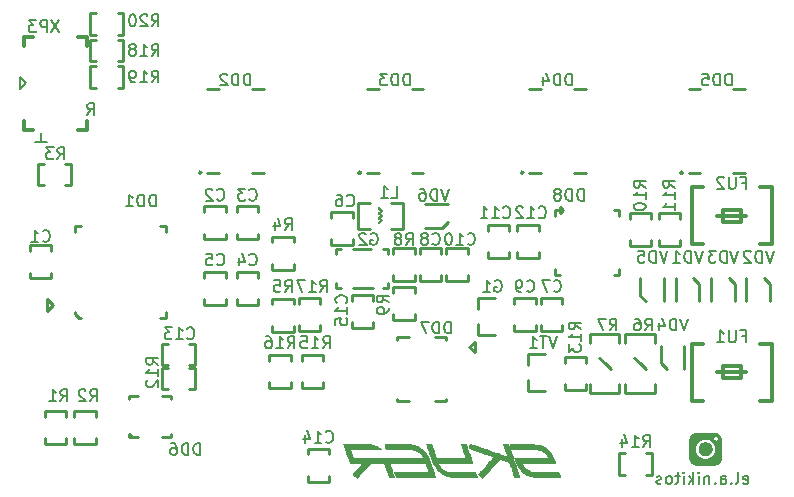
<source format=gbr>
G04 #@! TF.GenerationSoftware,KiCad,Pcbnew,(5.1.2-1)-1*
G04 #@! TF.CreationDate,2019-10-19T13:23:49+03:00*
G04 #@! TF.ProjectId,mag,6d61672e-6b69-4636-9164-5f7063625858,rev?*
G04 #@! TF.SameCoordinates,Original*
G04 #@! TF.FileFunction,Legend,Bot*
G04 #@! TF.FilePolarity,Positive*
%FSLAX46Y46*%
G04 Gerber Fmt 4.6, Leading zero omitted, Abs format (unit mm)*
G04 Created by KiCad (PCBNEW (5.1.2-1)-1) date 2019-10-19 13:23:49*
%MOMM*%
%LPD*%
G04 APERTURE LIST*
%ADD10C,0.200000*%
%ADD11C,0.250000*%
%ADD12C,0.300000*%
%ADD13C,0.010000*%
G04 APERTURE END LIST*
D10*
X163226190Y-80654761D02*
X163321428Y-80702380D01*
X163511904Y-80702380D01*
X163607142Y-80654761D01*
X163654761Y-80559523D01*
X163654761Y-80178571D01*
X163607142Y-80083333D01*
X163511904Y-80035714D01*
X163321428Y-80035714D01*
X163226190Y-80083333D01*
X163178571Y-80178571D01*
X163178571Y-80273809D01*
X163654761Y-80369047D01*
X162607142Y-80702380D02*
X162702380Y-80654761D01*
X162750000Y-80559523D01*
X162750000Y-79702380D01*
X162226190Y-80607142D02*
X162178571Y-80654761D01*
X162226190Y-80702380D01*
X162273809Y-80654761D01*
X162226190Y-80607142D01*
X162226190Y-80702380D01*
X161321428Y-80702380D02*
X161321428Y-80178571D01*
X161369047Y-80083333D01*
X161464285Y-80035714D01*
X161654761Y-80035714D01*
X161750000Y-80083333D01*
X161321428Y-80654761D02*
X161416666Y-80702380D01*
X161654761Y-80702380D01*
X161750000Y-80654761D01*
X161797619Y-80559523D01*
X161797619Y-80464285D01*
X161750000Y-80369047D01*
X161654761Y-80321428D01*
X161416666Y-80321428D01*
X161321428Y-80273809D01*
X160845238Y-80607142D02*
X160797619Y-80654761D01*
X160845238Y-80702380D01*
X160892857Y-80654761D01*
X160845238Y-80607142D01*
X160845238Y-80702380D01*
X160369047Y-80035714D02*
X160369047Y-80702380D01*
X160369047Y-80130952D02*
X160321428Y-80083333D01*
X160226190Y-80035714D01*
X160083333Y-80035714D01*
X159988095Y-80083333D01*
X159940476Y-80178571D01*
X159940476Y-80702380D01*
X159464285Y-80702380D02*
X159464285Y-80035714D01*
X159464285Y-79702380D02*
X159511904Y-79750000D01*
X159464285Y-79797619D01*
X159416666Y-79750000D01*
X159464285Y-79702380D01*
X159464285Y-79797619D01*
X158988095Y-80702380D02*
X158988095Y-79702380D01*
X158892857Y-80321428D02*
X158607142Y-80702380D01*
X158607142Y-80035714D02*
X158988095Y-80416666D01*
X158178571Y-80702380D02*
X158178571Y-80035714D01*
X158178571Y-79702380D02*
X158226190Y-79750000D01*
X158178571Y-79797619D01*
X158130952Y-79750000D01*
X158178571Y-79702380D01*
X158178571Y-79797619D01*
X157845238Y-80035714D02*
X157464285Y-80035714D01*
X157702380Y-79702380D02*
X157702380Y-80559523D01*
X157654761Y-80654761D01*
X157559523Y-80702380D01*
X157464285Y-80702380D01*
X156988095Y-80702380D02*
X157083333Y-80654761D01*
X157130952Y-80607142D01*
X157178571Y-80511904D01*
X157178571Y-80226190D01*
X157130952Y-80130952D01*
X157083333Y-80083333D01*
X156988095Y-80035714D01*
X156845238Y-80035714D01*
X156750000Y-80083333D01*
X156702380Y-80130952D01*
X156654761Y-80226190D01*
X156654761Y-80511904D01*
X156702380Y-80607142D01*
X156750000Y-80654761D01*
X156845238Y-80702380D01*
X156988095Y-80702380D01*
X156273809Y-80654761D02*
X156178571Y-80702380D01*
X155988095Y-80702380D01*
X155892857Y-80654761D01*
X155845238Y-80559523D01*
X155845238Y-80511904D01*
X155892857Y-80416666D01*
X155988095Y-80369047D01*
X156130952Y-80369047D01*
X156226190Y-80321428D01*
X156273809Y-80226190D01*
X156273809Y-80178571D01*
X156226190Y-80083333D01*
X156130952Y-80035714D01*
X155988095Y-80035714D01*
X155892857Y-80083333D01*
X102000000Y-47250000D02*
X102000000Y-46250000D01*
X102500000Y-46750000D02*
X102000000Y-47250000D01*
X102000000Y-46250000D02*
X102500000Y-46750000D01*
X107690476Y-49452380D02*
X108023809Y-48976190D01*
X108261904Y-49452380D02*
X108261904Y-48452380D01*
X107880952Y-48452380D01*
X107785714Y-48500000D01*
X107738095Y-48547619D01*
X107690476Y-48642857D01*
X107690476Y-48785714D01*
X107738095Y-48880952D01*
X107785714Y-48928571D01*
X107880952Y-48976190D01*
X108261904Y-48976190D01*
X104250000Y-51750000D02*
X103250000Y-51750000D01*
X103750000Y-51000000D02*
X103750000Y-51750000D01*
D11*
X119400000Y-65550000D02*
X119400000Y-65050000D01*
X117600000Y-65550000D02*
X117600000Y-65050000D01*
X117600000Y-65550000D02*
X119400000Y-65550000D01*
X119400000Y-62750000D02*
X119400000Y-63250000D01*
X117600000Y-62750000D02*
X119400000Y-62750000D01*
X117600000Y-62750000D02*
X117600000Y-63250000D01*
X122150000Y-65550000D02*
X122150000Y-65050000D01*
X120350000Y-65550000D02*
X120350000Y-65050000D01*
X120350000Y-65550000D02*
X122150000Y-65550000D01*
X122150000Y-62750000D02*
X122150000Y-63250000D01*
X120350000Y-62750000D02*
X122150000Y-62750000D01*
X120350000Y-62750000D02*
X120350000Y-63250000D01*
X120350000Y-57200000D02*
X120350000Y-57700000D01*
X122150000Y-57200000D02*
X122150000Y-57700000D01*
X122150000Y-57200000D02*
X120350000Y-57200000D01*
X120350000Y-60000000D02*
X120350000Y-59500000D01*
X122150000Y-60000000D02*
X120350000Y-60000000D01*
X122150000Y-60000000D02*
X122150000Y-59500000D01*
X117600000Y-57200000D02*
X117600000Y-57700000D01*
X119400000Y-57200000D02*
X119400000Y-57700000D01*
X119400000Y-57200000D02*
X117600000Y-57200000D01*
X117600000Y-60000000D02*
X117600000Y-59500000D01*
X119400000Y-60000000D02*
X117600000Y-60000000D01*
X119400000Y-60000000D02*
X119400000Y-59500000D01*
X130100000Y-64700000D02*
X130100000Y-65200000D01*
X131900000Y-64700000D02*
X131900000Y-65200000D01*
X131900000Y-64700000D02*
X130100000Y-64700000D01*
X130100000Y-67500000D02*
X130100000Y-67000000D01*
X131900000Y-67500000D02*
X130100000Y-67500000D01*
X131900000Y-67500000D02*
X131900000Y-67000000D01*
X140550000Y-69500000D02*
X140550000Y-68700000D01*
X140050000Y-69100000D02*
X140550000Y-69500000D01*
X140050000Y-69100000D02*
X140550000Y-68700000D01*
X138100000Y-68300000D02*
X137100000Y-68300000D01*
X138100000Y-68500000D02*
X138100000Y-68300000D01*
X133900000Y-68300000D02*
X134900000Y-68300000D01*
X133900000Y-68500000D02*
X133900000Y-68300000D01*
X133900000Y-73700000D02*
X134900000Y-73700000D01*
X133900000Y-73500000D02*
X133900000Y-73700000D01*
X138100000Y-73700000D02*
X137100000Y-73700000D01*
X138100000Y-73500000D02*
X138100000Y-73700000D01*
X157500000Y-65250000D02*
X157500000Y-63250000D01*
X159000000Y-63250000D02*
X159500000Y-63750000D01*
X159500000Y-65250000D02*
X159500000Y-63750000D01*
X156500000Y-63250000D02*
X156500000Y-65250000D01*
X155000000Y-65250000D02*
X154500000Y-64750000D01*
X154500000Y-63250000D02*
X154500000Y-64750000D01*
X136250000Y-57000000D02*
X138250000Y-57000000D01*
X138250000Y-58500000D02*
X137750000Y-59000000D01*
X136250000Y-59000000D02*
X137750000Y-59000000D01*
X158250000Y-69000000D02*
X158250000Y-71000000D01*
X156750000Y-71000000D02*
X156250000Y-70500000D01*
X156250000Y-69000000D02*
X156250000Y-70500000D01*
X160500000Y-65250000D02*
X160500000Y-63250000D01*
X162000000Y-63250000D02*
X162500000Y-63750000D01*
X162500000Y-65250000D02*
X162500000Y-63750000D01*
X163500000Y-65250000D02*
X163500000Y-63250000D01*
X165000000Y-63250000D02*
X165500000Y-63750000D01*
X165500000Y-65250000D02*
X165500000Y-63750000D01*
X104650000Y-63300000D02*
X104650000Y-62800000D01*
X102850000Y-63300000D02*
X102850000Y-62800000D01*
X102850000Y-63300000D02*
X104650000Y-63300000D01*
X104650000Y-60500000D02*
X104650000Y-61000000D01*
X102850000Y-60500000D02*
X104650000Y-60500000D01*
X102850000Y-60500000D02*
X102850000Y-61000000D01*
X107950000Y-44900000D02*
X108450000Y-44900000D01*
X107950000Y-43100000D02*
X108450000Y-43100000D01*
X107950000Y-43100000D02*
X107950000Y-44900000D01*
X110750000Y-44900000D02*
X110250000Y-44900000D01*
X110750000Y-43100000D02*
X110750000Y-44900000D01*
X110750000Y-43100000D02*
X110250000Y-43100000D01*
X107950000Y-42650000D02*
X108450000Y-42650000D01*
X107950000Y-40850000D02*
X108450000Y-40850000D01*
X107950000Y-40850000D02*
X107950000Y-42650000D01*
X110750000Y-42650000D02*
X110250000Y-42650000D01*
X110750000Y-40850000D02*
X110750000Y-42650000D01*
X110750000Y-40850000D02*
X110250000Y-40850000D01*
X107950000Y-47150000D02*
X108450000Y-47150000D01*
X107950000Y-45350000D02*
X108450000Y-45350000D01*
X107950000Y-45350000D02*
X107950000Y-47150000D01*
X110750000Y-47150000D02*
X110250000Y-47150000D01*
X110750000Y-45350000D02*
X110750000Y-47150000D01*
X110750000Y-45350000D02*
X110250000Y-45350000D01*
X125600000Y-64950000D02*
X125600000Y-65450000D01*
X127400000Y-64950000D02*
X127400000Y-65450000D01*
X127400000Y-64950000D02*
X125600000Y-64950000D01*
X125600000Y-67750000D02*
X125600000Y-67250000D01*
X127400000Y-67750000D02*
X125600000Y-67750000D01*
X127400000Y-67750000D02*
X127400000Y-67250000D01*
X124900000Y-72550000D02*
X124900000Y-72050000D01*
X123100000Y-72550000D02*
X123100000Y-72050000D01*
X123100000Y-72550000D02*
X124900000Y-72550000D01*
X124900000Y-69750000D02*
X124900000Y-70250000D01*
X123100000Y-69750000D02*
X124900000Y-69750000D01*
X123100000Y-69750000D02*
X123100000Y-70250000D01*
X127650000Y-72550000D02*
X127650000Y-72050000D01*
X125850000Y-72550000D02*
X125850000Y-72050000D01*
X125850000Y-72550000D02*
X127650000Y-72550000D01*
X127650000Y-69750000D02*
X127650000Y-70250000D01*
X125850000Y-69750000D02*
X127650000Y-69750000D01*
X125850000Y-69750000D02*
X125850000Y-70250000D01*
X144990000Y-69670000D02*
X146450000Y-69670000D01*
X144990000Y-72830000D02*
X146450000Y-72830000D01*
X144990000Y-69670000D02*
X144990000Y-70600000D01*
X144990000Y-72830000D02*
X144990000Y-71900000D01*
X152700000Y-79900000D02*
X153200000Y-79900000D01*
X152700000Y-78100000D02*
X153200000Y-78100000D01*
X152700000Y-78100000D02*
X152700000Y-79900000D01*
X155500000Y-79900000D02*
X155000000Y-79900000D01*
X155500000Y-78100000D02*
X155500000Y-79900000D01*
X155500000Y-78100000D02*
X155000000Y-78100000D01*
X148100000Y-69950000D02*
X148100000Y-70450000D01*
X149900000Y-69950000D02*
X149900000Y-70450000D01*
X149900000Y-69950000D02*
X148100000Y-69950000D01*
X148100000Y-72750000D02*
X148100000Y-72250000D01*
X149900000Y-72750000D02*
X148100000Y-72750000D01*
X149900000Y-72750000D02*
X149900000Y-72250000D01*
X126350000Y-77700000D02*
X126350000Y-78200000D01*
X128150000Y-77700000D02*
X128150000Y-78200000D01*
X128150000Y-77700000D02*
X126350000Y-77700000D01*
X126350000Y-80500000D02*
X126350000Y-80000000D01*
X128150000Y-80500000D02*
X126350000Y-80500000D01*
X128150000Y-80500000D02*
X128150000Y-80000000D01*
X116800000Y-70850000D02*
X116300000Y-70850000D01*
X116800000Y-72650000D02*
X116300000Y-72650000D01*
X116800000Y-72650000D02*
X116800000Y-70850000D01*
X114000000Y-70850000D02*
X114500000Y-70850000D01*
X114000000Y-72650000D02*
X114000000Y-70850000D01*
X114000000Y-72650000D02*
X114500000Y-72650000D01*
X111250000Y-76500000D02*
X111500000Y-76750000D01*
X111250000Y-73250000D02*
X112000000Y-73250000D01*
X111250000Y-73500000D02*
X111250000Y-73250000D01*
X111250000Y-76750000D02*
X112000000Y-76750000D01*
X111250000Y-76500000D02*
X111250000Y-76750000D01*
X114750000Y-76750000D02*
X114000000Y-76750000D01*
X114750000Y-76500000D02*
X114750000Y-76750000D01*
X114750000Y-73250000D02*
X114750000Y-73500000D01*
X114000000Y-73250000D02*
X114750000Y-73250000D01*
X116800000Y-68850000D02*
X116300000Y-68850000D01*
X116800000Y-70650000D02*
X116300000Y-70650000D01*
X116800000Y-70650000D02*
X116800000Y-68850000D01*
X114000000Y-68850000D02*
X114500000Y-68850000D01*
X114000000Y-70650000D02*
X114000000Y-68850000D01*
X114000000Y-70650000D02*
X114500000Y-70650000D01*
X147750000Y-57750000D02*
X147750000Y-57500000D01*
X148000000Y-57500000D02*
X147750000Y-57750000D01*
X147750000Y-57500000D02*
X148000000Y-57500000D01*
X147750000Y-57250000D02*
X147750000Y-57500000D01*
X148000000Y-57500000D02*
X147750000Y-57250000D01*
X152750000Y-57500000D02*
X152250000Y-57500000D01*
X152750000Y-58000000D02*
X152750000Y-57500000D01*
X152750000Y-63000000D02*
X152250000Y-63000000D01*
X152750000Y-62500000D02*
X152750000Y-63000000D01*
X147250000Y-63000000D02*
X147750000Y-63000000D01*
X147250000Y-62500000D02*
X147250000Y-63000000D01*
X147250000Y-57500000D02*
X147750000Y-57500000D01*
X147250000Y-57500000D02*
X147250000Y-58000000D01*
X151500000Y-70500000D02*
X151000000Y-70000000D01*
X151500000Y-70500000D02*
X152000000Y-71000000D01*
X152750000Y-73000000D02*
X150250000Y-73000000D01*
X152750000Y-68000000D02*
X150250000Y-68000000D01*
X150250000Y-68000000D02*
X150250000Y-68750000D01*
X152750000Y-68750000D02*
X152750000Y-68000000D01*
X150250000Y-73000000D02*
X150250000Y-72250000D01*
X152750000Y-72250000D02*
X152750000Y-73000000D01*
X154500000Y-70500000D02*
X154000000Y-70000000D01*
X154500000Y-70500000D02*
X155000000Y-71000000D01*
X155750000Y-73000000D02*
X153250000Y-73000000D01*
X155750000Y-68000000D02*
X153250000Y-68000000D01*
X153250000Y-68000000D02*
X153250000Y-68750000D01*
X155750000Y-68750000D02*
X155750000Y-68000000D01*
X153250000Y-73000000D02*
X153250000Y-72250000D01*
X155750000Y-72250000D02*
X155750000Y-73000000D01*
X157900000Y-60550000D02*
X157900000Y-60050000D01*
X156100000Y-60550000D02*
X156100000Y-60050000D01*
X156100000Y-60550000D02*
X157900000Y-60550000D01*
X157900000Y-57750000D02*
X157900000Y-58250000D01*
X156100000Y-57750000D02*
X157900000Y-57750000D01*
X156100000Y-57750000D02*
X156100000Y-58250000D01*
X155400000Y-60550000D02*
X155400000Y-60050000D01*
X153600000Y-60550000D02*
X153600000Y-60050000D01*
X153600000Y-60550000D02*
X155400000Y-60550000D01*
X155400000Y-57750000D02*
X155400000Y-58250000D01*
X153600000Y-57750000D02*
X155400000Y-57750000D01*
X153600000Y-57750000D02*
X153600000Y-58250000D01*
X135400000Y-66800000D02*
X135400000Y-66300000D01*
X133600000Y-66800000D02*
X133600000Y-66300000D01*
X133600000Y-66800000D02*
X135400000Y-66800000D01*
X135400000Y-64000000D02*
X135400000Y-64500000D01*
X133600000Y-64000000D02*
X135400000Y-64000000D01*
X133600000Y-64000000D02*
X133600000Y-64500000D01*
X135400000Y-63550000D02*
X135400000Y-63050000D01*
X133600000Y-63550000D02*
X133600000Y-63050000D01*
X133600000Y-63550000D02*
X135400000Y-63550000D01*
X135400000Y-60750000D02*
X135400000Y-61250000D01*
X133600000Y-60750000D02*
X135400000Y-60750000D01*
X133600000Y-60750000D02*
X133600000Y-61250000D01*
X130599999Y-59100000D02*
X131599999Y-59100000D01*
X134399999Y-59100000D02*
X133399999Y-59100000D01*
X134399999Y-56900000D02*
X133399999Y-56900000D01*
X130599999Y-56900000D02*
X131599999Y-56900000D01*
X134399999Y-59100000D02*
X134399999Y-56900000D01*
X130599999Y-56900000D02*
X130599999Y-59100000D01*
X132399999Y-57400000D02*
G75*
G02X132599999Y-57600000I0J-200000D01*
G01*
X132599999Y-57600000D02*
G75*
G02X132399999Y-57800000I-200000J0D01*
G01*
X132399999Y-57800000D02*
G75*
G02X132599999Y-58000000I0J-200000D01*
G01*
X132599999Y-58000000D02*
G75*
G02X132399999Y-58200000I-200000J0D01*
G01*
X132599999Y-58400000D02*
G75*
G02X132399999Y-58600000I-200000J0D01*
G01*
X132399999Y-58200000D02*
G75*
G02X132599999Y-58400000I0J-200000D01*
G01*
X140740000Y-64920000D02*
X142200000Y-64920000D01*
X140740000Y-68080000D02*
X142200000Y-68080000D01*
X140740000Y-64920000D02*
X140740000Y-65850000D01*
X140740000Y-68080000D02*
X140740000Y-67150000D01*
D12*
X165650000Y-56600000D02*
X165650000Y-59400000D01*
X158850000Y-56600000D02*
X158850000Y-59400000D01*
X163000000Y-58500000D02*
X163000000Y-57500000D01*
X161500000Y-58500000D02*
X163000000Y-58500000D01*
X161500000Y-57500000D02*
X161500000Y-58500000D01*
X163000000Y-57500000D02*
X161500000Y-57500000D01*
X163500000Y-58000000D02*
X161000000Y-58000000D01*
X165650000Y-55600000D02*
X164650000Y-55600000D01*
X165650000Y-55600000D02*
X165650000Y-56600000D01*
X165650000Y-60400000D02*
X165650000Y-59400000D01*
X165650000Y-60400000D02*
X164650000Y-60400000D01*
X158850000Y-60400000D02*
X158850000Y-59400000D01*
X158850000Y-60400000D02*
X159850000Y-60400000D01*
X158850000Y-55600000D02*
X158850000Y-56600000D01*
X158850000Y-55600000D02*
X159850000Y-55600000D01*
X165650000Y-69850000D02*
X165650000Y-72650000D01*
X158850000Y-69850000D02*
X158850000Y-72650000D01*
X163000000Y-71750000D02*
X163000000Y-70750000D01*
X161500000Y-71750000D02*
X163000000Y-71750000D01*
X161500000Y-70750000D02*
X161500000Y-71750000D01*
X163000000Y-70750000D02*
X161500000Y-70750000D01*
X163500000Y-71250000D02*
X161000000Y-71250000D01*
X165650000Y-68850000D02*
X164650000Y-68850000D01*
X165650000Y-68850000D02*
X165650000Y-69850000D01*
X165650000Y-73650000D02*
X165650000Y-72650000D01*
X165650000Y-73650000D02*
X164650000Y-73650000D01*
X158850000Y-73650000D02*
X158850000Y-72650000D01*
X158850000Y-73650000D02*
X159850000Y-73650000D01*
X158850000Y-68850000D02*
X158850000Y-69850000D01*
X158850000Y-68850000D02*
X159850000Y-68850000D01*
D11*
X133150000Y-64100000D02*
X133150000Y-63700000D01*
X133150000Y-64100000D02*
X132750000Y-64100000D01*
X133150000Y-60800000D02*
X133150000Y-61200000D01*
X133150000Y-60800000D02*
X132750000Y-60800000D01*
X128750000Y-64100000D02*
X128750000Y-63700000D01*
X128750000Y-64100000D02*
X129150000Y-64100000D01*
X128750000Y-60800000D02*
X128750000Y-61200000D01*
X128750000Y-60800000D02*
X129150000Y-60800000D01*
X130150000Y-64100000D02*
X131850000Y-64100000D01*
X131750000Y-60800000D02*
X130150000Y-60800000D01*
X145900000Y-61550000D02*
X145900000Y-61050000D01*
X144100000Y-61550000D02*
X144100000Y-61050000D01*
X144100000Y-61550000D02*
X145900000Y-61550000D01*
X145900000Y-58750000D02*
X145900000Y-59250000D01*
X144100000Y-58750000D02*
X145900000Y-58750000D01*
X144100000Y-58750000D02*
X144100000Y-59250000D01*
X143400000Y-61550000D02*
X143400000Y-61050000D01*
X141600000Y-61550000D02*
X141600000Y-61050000D01*
X141600000Y-61550000D02*
X143400000Y-61550000D01*
X143400000Y-58750000D02*
X143400000Y-59250000D01*
X141600000Y-58750000D02*
X143400000Y-58750000D01*
X141600000Y-58750000D02*
X141600000Y-59250000D01*
X139900000Y-63550000D02*
X139900000Y-63050000D01*
X138100000Y-63550000D02*
X138100000Y-63050000D01*
X138100000Y-63550000D02*
X139900000Y-63550000D01*
X139900000Y-60750000D02*
X139900000Y-61250000D01*
X138100000Y-60750000D02*
X139900000Y-60750000D01*
X138100000Y-60750000D02*
X138100000Y-61250000D01*
X143850000Y-64950000D02*
X143850000Y-65450000D01*
X145650000Y-64950000D02*
X145650000Y-65450000D01*
X145650000Y-64950000D02*
X143850000Y-64950000D01*
X143850000Y-67750000D02*
X143850000Y-67250000D01*
X145650000Y-67750000D02*
X143850000Y-67750000D01*
X145650000Y-67750000D02*
X145650000Y-67250000D01*
X137650000Y-63550000D02*
X137650000Y-63050000D01*
X135850000Y-63550000D02*
X135850000Y-63050000D01*
X135850000Y-63550000D02*
X137650000Y-63550000D01*
X137650000Y-60750000D02*
X137650000Y-61250000D01*
X135850000Y-60750000D02*
X137650000Y-60750000D01*
X135850000Y-60750000D02*
X135850000Y-61250000D01*
X146100000Y-64950000D02*
X146100000Y-65450000D01*
X147900000Y-64950000D02*
X147900000Y-65450000D01*
X147900000Y-64950000D02*
X146100000Y-64950000D01*
X146100000Y-67750000D02*
X146100000Y-67250000D01*
X147900000Y-67750000D02*
X146100000Y-67750000D01*
X147900000Y-67750000D02*
X147900000Y-67250000D01*
X128350000Y-57700000D02*
X128350000Y-58200000D01*
X130150000Y-57700000D02*
X130150000Y-58200000D01*
X130150000Y-57700000D02*
X128350000Y-57700000D01*
X128350000Y-60500000D02*
X128350000Y-60000000D01*
X130150000Y-60500000D02*
X128350000Y-60500000D01*
X130150000Y-60500000D02*
X130150000Y-60000000D01*
X105900000Y-77300000D02*
X105900000Y-76800000D01*
X104100000Y-77300000D02*
X104100000Y-76800000D01*
X104100000Y-77300000D02*
X105900000Y-77300000D01*
X105900000Y-74500000D02*
X105900000Y-75000000D01*
X104100000Y-74500000D02*
X105900000Y-74500000D01*
X104100000Y-74500000D02*
X104100000Y-75000000D01*
X108400000Y-77300000D02*
X108400000Y-76800000D01*
X106600000Y-77300000D02*
X106600000Y-76800000D01*
X106600000Y-77300000D02*
X108400000Y-77300000D01*
X108400000Y-74500000D02*
X108400000Y-75000000D01*
X106600000Y-74500000D02*
X108400000Y-74500000D01*
X106600000Y-74500000D02*
X106600000Y-75000000D01*
X106300000Y-53600000D02*
X105800000Y-53600000D01*
X106300000Y-55400000D02*
X105800000Y-55400000D01*
X106300000Y-55400000D02*
X106300000Y-53600000D01*
X103500000Y-53600000D02*
X104000000Y-53600000D01*
X103500000Y-55400000D02*
X103500000Y-53600000D01*
X103500000Y-55400000D02*
X104000000Y-55400000D01*
X125150000Y-62550000D02*
X125150000Y-62050000D01*
X123350000Y-62550000D02*
X123350000Y-62050000D01*
X123350000Y-62550000D02*
X125150000Y-62550000D01*
X125150000Y-59750000D02*
X125150000Y-60250000D01*
X123350000Y-59750000D02*
X125150000Y-59750000D01*
X123350000Y-59750000D02*
X123350000Y-60250000D01*
X125150000Y-67800000D02*
X125150000Y-67300000D01*
X123350000Y-67800000D02*
X123350000Y-67300000D01*
X123350000Y-67800000D02*
X125150000Y-67800000D01*
X125150000Y-65000000D02*
X125150000Y-65500000D01*
X123350000Y-65000000D02*
X125150000Y-65000000D01*
X123350000Y-65000000D02*
X123350000Y-65500000D01*
D13*
G36*
X160546978Y-77646473D02*
G01*
X160543973Y-77627059D01*
X160531546Y-77572306D01*
X160513762Y-77519729D01*
X160490939Y-77469632D01*
X160463394Y-77422317D01*
X160431447Y-77378089D01*
X160395415Y-77337251D01*
X160355617Y-77300106D01*
X160312370Y-77266958D01*
X160265992Y-77238110D01*
X160216803Y-77213865D01*
X160165119Y-77194527D01*
X160111259Y-77180399D01*
X160068083Y-77173209D01*
X160047193Y-77171400D01*
X160022279Y-77170537D01*
X159994958Y-77170565D01*
X159966848Y-77171430D01*
X159939568Y-77173080D01*
X159914734Y-77175460D01*
X159893965Y-77178517D01*
X159891093Y-77179072D01*
X159834862Y-77193337D01*
X159781382Y-77212907D01*
X159730672Y-77237772D01*
X159682748Y-77267923D01*
X159637630Y-77303348D01*
X159597696Y-77341549D01*
X159569936Y-77372640D01*
X159546033Y-77404020D01*
X159524617Y-77437637D01*
X159505983Y-77472123D01*
X159485617Y-77516507D01*
X159469887Y-77560108D01*
X159458332Y-77604575D01*
X159450494Y-77651554D01*
X159447293Y-77682743D01*
X159445922Y-77700289D01*
X159445078Y-77713928D01*
X159444766Y-77725541D01*
X159444988Y-77737008D01*
X159445748Y-77750212D01*
X159447048Y-77767032D01*
X159447442Y-77771841D01*
X159454792Y-77825491D01*
X159467758Y-77878550D01*
X159486017Y-77930374D01*
X159509243Y-77980321D01*
X159537114Y-78027748D01*
X159569303Y-78072013D01*
X159605489Y-78112474D01*
X159631776Y-78137107D01*
X159677338Y-78172930D01*
X159725532Y-78203524D01*
X159775987Y-78228814D01*
X159828330Y-78248726D01*
X159882190Y-78263186D01*
X159937194Y-78272119D01*
X159992970Y-78275451D01*
X160049146Y-78273108D01*
X160105349Y-78265014D01*
X160161209Y-78251095D01*
X160176693Y-78246159D01*
X160228813Y-78225681D01*
X160277835Y-78200329D01*
X160323547Y-78170459D01*
X160365735Y-78136433D01*
X160404187Y-78098608D01*
X160438689Y-78057344D01*
X160469029Y-78012998D01*
X160494994Y-77965932D01*
X160516370Y-77916502D01*
X160532946Y-77865068D01*
X160544507Y-77811990D01*
X160550841Y-77757625D01*
X160551736Y-77702333D01*
X160546978Y-77646473D01*
X160546978Y-77646473D01*
G37*
X160546978Y-77646473D02*
X160543973Y-77627059D01*
X160531546Y-77572306D01*
X160513762Y-77519729D01*
X160490939Y-77469632D01*
X160463394Y-77422317D01*
X160431447Y-77378089D01*
X160395415Y-77337251D01*
X160355617Y-77300106D01*
X160312370Y-77266958D01*
X160265992Y-77238110D01*
X160216803Y-77213865D01*
X160165119Y-77194527D01*
X160111259Y-77180399D01*
X160068083Y-77173209D01*
X160047193Y-77171400D01*
X160022279Y-77170537D01*
X159994958Y-77170565D01*
X159966848Y-77171430D01*
X159939568Y-77173080D01*
X159914734Y-77175460D01*
X159893965Y-77178517D01*
X159891093Y-77179072D01*
X159834862Y-77193337D01*
X159781382Y-77212907D01*
X159730672Y-77237772D01*
X159682748Y-77267923D01*
X159637630Y-77303348D01*
X159597696Y-77341549D01*
X159569936Y-77372640D01*
X159546033Y-77404020D01*
X159524617Y-77437637D01*
X159505983Y-77472123D01*
X159485617Y-77516507D01*
X159469887Y-77560108D01*
X159458332Y-77604575D01*
X159450494Y-77651554D01*
X159447293Y-77682743D01*
X159445922Y-77700289D01*
X159445078Y-77713928D01*
X159444766Y-77725541D01*
X159444988Y-77737008D01*
X159445748Y-77750212D01*
X159447048Y-77767032D01*
X159447442Y-77771841D01*
X159454792Y-77825491D01*
X159467758Y-77878550D01*
X159486017Y-77930374D01*
X159509243Y-77980321D01*
X159537114Y-78027748D01*
X159569303Y-78072013D01*
X159605489Y-78112474D01*
X159631776Y-78137107D01*
X159677338Y-78172930D01*
X159725532Y-78203524D01*
X159775987Y-78228814D01*
X159828330Y-78248726D01*
X159882190Y-78263186D01*
X159937194Y-78272119D01*
X159992970Y-78275451D01*
X160049146Y-78273108D01*
X160105349Y-78265014D01*
X160161209Y-78251095D01*
X160176693Y-78246159D01*
X160228813Y-78225681D01*
X160277835Y-78200329D01*
X160323547Y-78170459D01*
X160365735Y-78136433D01*
X160404187Y-78098608D01*
X160438689Y-78057344D01*
X160469029Y-78012998D01*
X160494994Y-77965932D01*
X160516370Y-77916502D01*
X160532946Y-77865068D01*
X160544507Y-77811990D01*
X160550841Y-77757625D01*
X160551736Y-77702333D01*
X160546978Y-77646473D01*
G36*
X161365116Y-77693931D02*
G01*
X161364937Y-77681934D01*
X161364626Y-77666833D01*
X161364180Y-77648275D01*
X161363595Y-77625909D01*
X161362865Y-77599385D01*
X161361989Y-77568350D01*
X161360960Y-77532454D01*
X161359776Y-77491346D01*
X161358431Y-77444674D01*
X161358189Y-77436235D01*
X161355956Y-77359565D01*
X161353835Y-77288853D01*
X161351825Y-77224085D01*
X161349927Y-77165243D01*
X161348139Y-77112311D01*
X161346461Y-77065273D01*
X161344891Y-77024113D01*
X161343430Y-76988814D01*
X161342078Y-76959359D01*
X161340832Y-76935733D01*
X161339693Y-76917920D01*
X161338660Y-76905902D01*
X161338483Y-76904329D01*
X161328712Y-76846982D01*
X161313435Y-76791456D01*
X161292930Y-76738068D01*
X161267474Y-76687136D01*
X161237346Y-76638977D01*
X161202822Y-76593907D01*
X161164180Y-76552242D01*
X161121699Y-76514301D01*
X161075656Y-76480400D01*
X161026329Y-76450855D01*
X160973995Y-76425984D01*
X160918932Y-76406104D01*
X160896096Y-76399591D01*
X160871165Y-76393373D01*
X160848203Y-76388530D01*
X160825551Y-76384821D01*
X160801551Y-76382006D01*
X160774544Y-76379845D01*
X160750047Y-76378445D01*
X160715893Y-76376896D01*
X160676746Y-76375401D01*
X160633080Y-76373964D01*
X160585371Y-76372590D01*
X160534093Y-76371285D01*
X160479719Y-76370053D01*
X160422726Y-76368898D01*
X160363587Y-76367826D01*
X160302776Y-76366841D01*
X160240770Y-76365948D01*
X160178041Y-76365152D01*
X160115064Y-76364458D01*
X160052315Y-76363870D01*
X159990267Y-76363394D01*
X159929396Y-76363033D01*
X159870175Y-76362794D01*
X159813079Y-76362680D01*
X159758583Y-76362696D01*
X159707162Y-76362848D01*
X159659289Y-76363140D01*
X159615440Y-76363577D01*
X159576089Y-76364163D01*
X159541710Y-76364904D01*
X159512779Y-76365804D01*
X159509929Y-76365914D01*
X159455334Y-76368095D01*
X159406443Y-76370118D01*
X159362987Y-76371996D01*
X159324696Y-76373744D01*
X159291300Y-76375376D01*
X159262529Y-76376906D01*
X159238113Y-76378348D01*
X159217783Y-76379717D01*
X159201270Y-76381026D01*
X159188302Y-76382289D01*
X159181372Y-76383130D01*
X159122117Y-76394023D01*
X159064936Y-76410345D01*
X159010143Y-76431876D01*
X158958050Y-76458394D01*
X158908968Y-76489676D01*
X158863212Y-76525501D01*
X158821092Y-76565648D01*
X158782921Y-76609894D01*
X158749011Y-76658018D01*
X158719675Y-76709798D01*
X158718778Y-76711588D01*
X158695457Y-76764091D01*
X158677206Y-76818226D01*
X158663856Y-76874646D01*
X158655240Y-76934001D01*
X158652344Y-76970062D01*
X158650504Y-77005349D01*
X158648759Y-77046082D01*
X158647116Y-77091729D01*
X158645581Y-77141762D01*
X158644162Y-77195649D01*
X158642865Y-77252861D01*
X158641696Y-77312866D01*
X158640661Y-77375135D01*
X158639768Y-77439138D01*
X158639023Y-77504343D01*
X158638432Y-77570221D01*
X158638002Y-77636242D01*
X158637739Y-77701874D01*
X158637651Y-77766589D01*
X158637743Y-77829855D01*
X158638022Y-77891142D01*
X158638495Y-77949920D01*
X158639168Y-78005658D01*
X158639389Y-78020435D01*
X158640242Y-78070254D01*
X158641226Y-78119861D01*
X158642326Y-78168799D01*
X158643526Y-78216615D01*
X158644810Y-78262854D01*
X158646162Y-78307061D01*
X158647567Y-78348782D01*
X158649009Y-78387563D01*
X158650472Y-78422947D01*
X158651940Y-78454482D01*
X158653397Y-78481712D01*
X158654827Y-78504183D01*
X158656216Y-78521440D01*
X158657123Y-78529929D01*
X158667529Y-78589876D01*
X158683465Y-78648087D01*
X158704740Y-78704172D01*
X158731165Y-78757740D01*
X158762553Y-78808401D01*
X158798712Y-78855765D01*
X158833010Y-78893090D01*
X158877054Y-78932999D01*
X158924347Y-78967957D01*
X158974612Y-78997820D01*
X159027575Y-79022442D01*
X159082960Y-79041680D01*
X159140491Y-79055390D01*
X159143798Y-79055996D01*
X159151420Y-79057341D01*
X159158990Y-79058590D01*
X159166742Y-79059747D01*
X159174908Y-79060815D01*
X159183722Y-79061797D01*
X159193416Y-79062699D01*
X159204224Y-79063522D01*
X159216378Y-79064270D01*
X159230113Y-79064948D01*
X159245660Y-79065558D01*
X159263254Y-79066104D01*
X159283127Y-79066589D01*
X159305512Y-79067018D01*
X159330642Y-79067394D01*
X159358751Y-79067720D01*
X159390072Y-79067999D01*
X159424837Y-79068236D01*
X159463281Y-79068434D01*
X159505635Y-79068596D01*
X159552133Y-79068726D01*
X159603008Y-79068828D01*
X159658493Y-79068905D01*
X159718822Y-79068960D01*
X159784227Y-79068998D01*
X159854942Y-79069021D01*
X159931199Y-79069033D01*
X159981632Y-79069036D01*
X159981632Y-78579766D01*
X159911732Y-78576434D01*
X159842491Y-78567228D01*
X159774130Y-78552181D01*
X159706871Y-78531326D01*
X159640936Y-78504698D01*
X159611778Y-78490852D01*
X159548964Y-78456509D01*
X159490338Y-78418008D01*
X159435633Y-78375126D01*
X159384577Y-78327637D01*
X159336901Y-78275316D01*
X159305313Y-78235588D01*
X159264964Y-78177030D01*
X159229674Y-78115408D01*
X159199565Y-78051028D01*
X159174760Y-77984194D01*
X159155382Y-77915214D01*
X159141553Y-77844392D01*
X159137984Y-77818729D01*
X159136352Y-77800850D01*
X159135231Y-77778476D01*
X159134603Y-77752884D01*
X159134454Y-77725352D01*
X159134767Y-77697159D01*
X159135526Y-77669583D01*
X159136714Y-77643901D01*
X159138317Y-77621391D01*
X159140317Y-77603333D01*
X159140728Y-77600588D01*
X159154862Y-77528719D01*
X159174136Y-77459816D01*
X159198669Y-77393604D01*
X159228578Y-77329808D01*
X159263982Y-77268152D01*
X159305000Y-77208362D01*
X159315748Y-77194188D01*
X159328768Y-77178365D01*
X159345351Y-77159787D01*
X159364450Y-77139502D01*
X159385018Y-77118560D01*
X159406010Y-77098009D01*
X159426378Y-77078899D01*
X159445075Y-77062278D01*
X159458254Y-77051379D01*
X159516681Y-77009003D01*
X159577948Y-76971871D01*
X159641934Y-76940034D01*
X159708515Y-76913545D01*
X159777571Y-76892456D01*
X159848980Y-76876819D01*
X159875988Y-76872423D01*
X159895886Y-76870172D01*
X159920392Y-76868493D01*
X159948164Y-76867387D01*
X159977861Y-76866852D01*
X160008142Y-76866889D01*
X160037664Y-76867498D01*
X160065088Y-76868679D01*
X160089070Y-76870432D01*
X160106082Y-76872421D01*
X160177057Y-76885870D01*
X160246294Y-76904902D01*
X160313457Y-76929372D01*
X160378208Y-76959132D01*
X160440208Y-76994036D01*
X160499121Y-77033938D01*
X160525929Y-77054602D01*
X160575797Y-77098247D01*
X160622633Y-77146462D01*
X160665997Y-77198594D01*
X160705448Y-77253989D01*
X160740543Y-77311995D01*
X160770843Y-77371957D01*
X160795905Y-77433222D01*
X160809477Y-77474440D01*
X160822535Y-77522125D01*
X160832391Y-77567142D01*
X160839320Y-77611388D01*
X160843596Y-77656758D01*
X160845492Y-77705148D01*
X160845646Y-77724618D01*
X160843419Y-77792028D01*
X160836543Y-77856324D01*
X160824810Y-77918393D01*
X160808013Y-77979119D01*
X160785946Y-78039388D01*
X160758399Y-78100085D01*
X160757064Y-78102768D01*
X160725638Y-78160497D01*
X160690958Y-78214039D01*
X160652193Y-78264548D01*
X160608511Y-78313174D01*
X160596407Y-78325489D01*
X160542980Y-78374802D01*
X160486456Y-78419030D01*
X160426988Y-78458095D01*
X160364727Y-78491922D01*
X160299824Y-78520430D01*
X160232432Y-78543543D01*
X160162702Y-78561182D01*
X160122517Y-78568668D01*
X160051968Y-78577188D01*
X159981632Y-78579766D01*
X159981632Y-79069036D01*
X160001494Y-79069038D01*
X160082280Y-79069039D01*
X160157323Y-79069033D01*
X160226860Y-79069016D01*
X160291124Y-79068985D01*
X160350349Y-79068936D01*
X160404771Y-79068865D01*
X160454624Y-79068769D01*
X160500142Y-79068644D01*
X160541560Y-79068487D01*
X160579112Y-79068293D01*
X160613034Y-79068060D01*
X160643559Y-79067783D01*
X160670923Y-79067459D01*
X160695359Y-79067085D01*
X160717102Y-79066656D01*
X160736388Y-79066169D01*
X160753449Y-79065621D01*
X160768522Y-79065008D01*
X160781840Y-79064326D01*
X160793639Y-79063571D01*
X160804151Y-79062740D01*
X160813614Y-79061830D01*
X160822259Y-79060836D01*
X160830323Y-79059755D01*
X160838040Y-79058584D01*
X160845645Y-79057319D01*
X160853371Y-79055955D01*
X160853987Y-79055844D01*
X160875684Y-79050817D01*
X160875684Y-77037992D01*
X160843282Y-77034081D01*
X160826247Y-77029713D01*
X160796606Y-77017778D01*
X160768828Y-77000977D01*
X160743878Y-76980121D01*
X160722719Y-76956023D01*
X160706315Y-76929492D01*
X160705695Y-76928235D01*
X160699527Y-76914740D01*
X160693931Y-76900995D01*
X160689854Y-76889377D01*
X160689000Y-76886400D01*
X160686374Y-76871477D01*
X160684960Y-76852807D01*
X160684759Y-76832496D01*
X160685772Y-76812650D01*
X160687999Y-76795373D01*
X160688958Y-76790776D01*
X160697577Y-76763581D01*
X160710386Y-76738647D01*
X160728059Y-76714812D01*
X160741005Y-76700829D01*
X160766756Y-76678202D01*
X160793795Y-76661214D01*
X160822699Y-76649643D01*
X160854045Y-76643264D01*
X160888408Y-76641856D01*
X160893053Y-76642024D01*
X160925820Y-76645720D01*
X160955394Y-76654011D01*
X160982628Y-76667278D01*
X161008376Y-76685901D01*
X161024106Y-76700442D01*
X161036643Y-76713826D01*
X161046146Y-76726345D01*
X161054452Y-76740593D01*
X161059003Y-76749748D01*
X161068188Y-76770402D01*
X161074349Y-76788424D01*
X161077981Y-76806007D01*
X161079581Y-76825350D01*
X161079753Y-76841576D01*
X161079212Y-76859056D01*
X161077720Y-76873080D01*
X161074915Y-76886140D01*
X161071713Y-76896858D01*
X161058592Y-76928428D01*
X161041096Y-76956625D01*
X161019787Y-76981147D01*
X160995225Y-77001690D01*
X160967973Y-77017950D01*
X160938591Y-77029623D01*
X160907641Y-77036405D01*
X160875684Y-77037992D01*
X160875684Y-79050817D01*
X160911294Y-79042565D01*
X160966291Y-79023914D01*
X161018690Y-79000145D01*
X161068203Y-78971509D01*
X161114544Y-78938261D01*
X161157422Y-78900653D01*
X161196552Y-78858937D01*
X161231645Y-78813366D01*
X161262413Y-78764193D01*
X161288568Y-78711670D01*
X161309823Y-78656051D01*
X161310024Y-78655435D01*
X161317892Y-78630281D01*
X161324418Y-78606750D01*
X161329758Y-78583806D01*
X161334073Y-78560415D01*
X161337520Y-78535542D01*
X161340259Y-78508152D01*
X161342446Y-78477211D01*
X161344241Y-78441684D01*
X161344791Y-78428329D01*
X161345843Y-78402185D01*
X161347051Y-78373069D01*
X161348326Y-78343086D01*
X161349578Y-78314343D01*
X161350717Y-78288943D01*
X161350972Y-78283400D01*
X161351494Y-78269438D01*
X161352031Y-78250117D01*
X161352572Y-78226058D01*
X161353108Y-78197877D01*
X161353630Y-78166194D01*
X161354129Y-78131626D01*
X161354594Y-78094792D01*
X161355017Y-78056311D01*
X161355389Y-78016801D01*
X161355699Y-77976881D01*
X161355763Y-77967394D01*
X161356070Y-77922350D01*
X161356369Y-77882932D01*
X161356669Y-77848787D01*
X161356979Y-77819566D01*
X161357305Y-77794915D01*
X161357657Y-77774484D01*
X161358043Y-77757922D01*
X161358471Y-77744877D01*
X161358948Y-77734998D01*
X161359483Y-77727934D01*
X161360085Y-77723334D01*
X161360761Y-77720845D01*
X161361499Y-77720117D01*
X161362317Y-77720262D01*
X161363040Y-77720463D01*
X161363665Y-77720369D01*
X161364188Y-77719628D01*
X161364603Y-77717889D01*
X161364908Y-77714801D01*
X161365098Y-77710013D01*
X161365169Y-77703173D01*
X161365116Y-77693931D01*
X161365116Y-77693931D01*
G37*
X161365116Y-77693931D02*
X161364937Y-77681934D01*
X161364626Y-77666833D01*
X161364180Y-77648275D01*
X161363595Y-77625909D01*
X161362865Y-77599385D01*
X161361989Y-77568350D01*
X161360960Y-77532454D01*
X161359776Y-77491346D01*
X161358431Y-77444674D01*
X161358189Y-77436235D01*
X161355956Y-77359565D01*
X161353835Y-77288853D01*
X161351825Y-77224085D01*
X161349927Y-77165243D01*
X161348139Y-77112311D01*
X161346461Y-77065273D01*
X161344891Y-77024113D01*
X161343430Y-76988814D01*
X161342078Y-76959359D01*
X161340832Y-76935733D01*
X161339693Y-76917920D01*
X161338660Y-76905902D01*
X161338483Y-76904329D01*
X161328712Y-76846982D01*
X161313435Y-76791456D01*
X161292930Y-76738068D01*
X161267474Y-76687136D01*
X161237346Y-76638977D01*
X161202822Y-76593907D01*
X161164180Y-76552242D01*
X161121699Y-76514301D01*
X161075656Y-76480400D01*
X161026329Y-76450855D01*
X160973995Y-76425984D01*
X160918932Y-76406104D01*
X160896096Y-76399591D01*
X160871165Y-76393373D01*
X160848203Y-76388530D01*
X160825551Y-76384821D01*
X160801551Y-76382006D01*
X160774544Y-76379845D01*
X160750047Y-76378445D01*
X160715893Y-76376896D01*
X160676746Y-76375401D01*
X160633080Y-76373964D01*
X160585371Y-76372590D01*
X160534093Y-76371285D01*
X160479719Y-76370053D01*
X160422726Y-76368898D01*
X160363587Y-76367826D01*
X160302776Y-76366841D01*
X160240770Y-76365948D01*
X160178041Y-76365152D01*
X160115064Y-76364458D01*
X160052315Y-76363870D01*
X159990267Y-76363394D01*
X159929396Y-76363033D01*
X159870175Y-76362794D01*
X159813079Y-76362680D01*
X159758583Y-76362696D01*
X159707162Y-76362848D01*
X159659289Y-76363140D01*
X159615440Y-76363577D01*
X159576089Y-76364163D01*
X159541710Y-76364904D01*
X159512779Y-76365804D01*
X159509929Y-76365914D01*
X159455334Y-76368095D01*
X159406443Y-76370118D01*
X159362987Y-76371996D01*
X159324696Y-76373744D01*
X159291300Y-76375376D01*
X159262529Y-76376906D01*
X159238113Y-76378348D01*
X159217783Y-76379717D01*
X159201270Y-76381026D01*
X159188302Y-76382289D01*
X159181372Y-76383130D01*
X159122117Y-76394023D01*
X159064936Y-76410345D01*
X159010143Y-76431876D01*
X158958050Y-76458394D01*
X158908968Y-76489676D01*
X158863212Y-76525501D01*
X158821092Y-76565648D01*
X158782921Y-76609894D01*
X158749011Y-76658018D01*
X158719675Y-76709798D01*
X158718778Y-76711588D01*
X158695457Y-76764091D01*
X158677206Y-76818226D01*
X158663856Y-76874646D01*
X158655240Y-76934001D01*
X158652344Y-76970062D01*
X158650504Y-77005349D01*
X158648759Y-77046082D01*
X158647116Y-77091729D01*
X158645581Y-77141762D01*
X158644162Y-77195649D01*
X158642865Y-77252861D01*
X158641696Y-77312866D01*
X158640661Y-77375135D01*
X158639768Y-77439138D01*
X158639023Y-77504343D01*
X158638432Y-77570221D01*
X158638002Y-77636242D01*
X158637739Y-77701874D01*
X158637651Y-77766589D01*
X158637743Y-77829855D01*
X158638022Y-77891142D01*
X158638495Y-77949920D01*
X158639168Y-78005658D01*
X158639389Y-78020435D01*
X158640242Y-78070254D01*
X158641226Y-78119861D01*
X158642326Y-78168799D01*
X158643526Y-78216615D01*
X158644810Y-78262854D01*
X158646162Y-78307061D01*
X158647567Y-78348782D01*
X158649009Y-78387563D01*
X158650472Y-78422947D01*
X158651940Y-78454482D01*
X158653397Y-78481712D01*
X158654827Y-78504183D01*
X158656216Y-78521440D01*
X158657123Y-78529929D01*
X158667529Y-78589876D01*
X158683465Y-78648087D01*
X158704740Y-78704172D01*
X158731165Y-78757740D01*
X158762553Y-78808401D01*
X158798712Y-78855765D01*
X158833010Y-78893090D01*
X158877054Y-78932999D01*
X158924347Y-78967957D01*
X158974612Y-78997820D01*
X159027575Y-79022442D01*
X159082960Y-79041680D01*
X159140491Y-79055390D01*
X159143798Y-79055996D01*
X159151420Y-79057341D01*
X159158990Y-79058590D01*
X159166742Y-79059747D01*
X159174908Y-79060815D01*
X159183722Y-79061797D01*
X159193416Y-79062699D01*
X159204224Y-79063522D01*
X159216378Y-79064270D01*
X159230113Y-79064948D01*
X159245660Y-79065558D01*
X159263254Y-79066104D01*
X159283127Y-79066589D01*
X159305512Y-79067018D01*
X159330642Y-79067394D01*
X159358751Y-79067720D01*
X159390072Y-79067999D01*
X159424837Y-79068236D01*
X159463281Y-79068434D01*
X159505635Y-79068596D01*
X159552133Y-79068726D01*
X159603008Y-79068828D01*
X159658493Y-79068905D01*
X159718822Y-79068960D01*
X159784227Y-79068998D01*
X159854942Y-79069021D01*
X159931199Y-79069033D01*
X159981632Y-79069036D01*
X159981632Y-78579766D01*
X159911732Y-78576434D01*
X159842491Y-78567228D01*
X159774130Y-78552181D01*
X159706871Y-78531326D01*
X159640936Y-78504698D01*
X159611778Y-78490852D01*
X159548964Y-78456509D01*
X159490338Y-78418008D01*
X159435633Y-78375126D01*
X159384577Y-78327637D01*
X159336901Y-78275316D01*
X159305313Y-78235588D01*
X159264964Y-78177030D01*
X159229674Y-78115408D01*
X159199565Y-78051028D01*
X159174760Y-77984194D01*
X159155382Y-77915214D01*
X159141553Y-77844392D01*
X159137984Y-77818729D01*
X159136352Y-77800850D01*
X159135231Y-77778476D01*
X159134603Y-77752884D01*
X159134454Y-77725352D01*
X159134767Y-77697159D01*
X159135526Y-77669583D01*
X159136714Y-77643901D01*
X159138317Y-77621391D01*
X159140317Y-77603333D01*
X159140728Y-77600588D01*
X159154862Y-77528719D01*
X159174136Y-77459816D01*
X159198669Y-77393604D01*
X159228578Y-77329808D01*
X159263982Y-77268152D01*
X159305000Y-77208362D01*
X159315748Y-77194188D01*
X159328768Y-77178365D01*
X159345351Y-77159787D01*
X159364450Y-77139502D01*
X159385018Y-77118560D01*
X159406010Y-77098009D01*
X159426378Y-77078899D01*
X159445075Y-77062278D01*
X159458254Y-77051379D01*
X159516681Y-77009003D01*
X159577948Y-76971871D01*
X159641934Y-76940034D01*
X159708515Y-76913545D01*
X159777571Y-76892456D01*
X159848980Y-76876819D01*
X159875988Y-76872423D01*
X159895886Y-76870172D01*
X159920392Y-76868493D01*
X159948164Y-76867387D01*
X159977861Y-76866852D01*
X160008142Y-76866889D01*
X160037664Y-76867498D01*
X160065088Y-76868679D01*
X160089070Y-76870432D01*
X160106082Y-76872421D01*
X160177057Y-76885870D01*
X160246294Y-76904902D01*
X160313457Y-76929372D01*
X160378208Y-76959132D01*
X160440208Y-76994036D01*
X160499121Y-77033938D01*
X160525929Y-77054602D01*
X160575797Y-77098247D01*
X160622633Y-77146462D01*
X160665997Y-77198594D01*
X160705448Y-77253989D01*
X160740543Y-77311995D01*
X160770843Y-77371957D01*
X160795905Y-77433222D01*
X160809477Y-77474440D01*
X160822535Y-77522125D01*
X160832391Y-77567142D01*
X160839320Y-77611388D01*
X160843596Y-77656758D01*
X160845492Y-77705148D01*
X160845646Y-77724618D01*
X160843419Y-77792028D01*
X160836543Y-77856324D01*
X160824810Y-77918393D01*
X160808013Y-77979119D01*
X160785946Y-78039388D01*
X160758399Y-78100085D01*
X160757064Y-78102768D01*
X160725638Y-78160497D01*
X160690958Y-78214039D01*
X160652193Y-78264548D01*
X160608511Y-78313174D01*
X160596407Y-78325489D01*
X160542980Y-78374802D01*
X160486456Y-78419030D01*
X160426988Y-78458095D01*
X160364727Y-78491922D01*
X160299824Y-78520430D01*
X160232432Y-78543543D01*
X160162702Y-78561182D01*
X160122517Y-78568668D01*
X160051968Y-78577188D01*
X159981632Y-78579766D01*
X159981632Y-79069036D01*
X160001494Y-79069038D01*
X160082280Y-79069039D01*
X160157323Y-79069033D01*
X160226860Y-79069016D01*
X160291124Y-79068985D01*
X160350349Y-79068936D01*
X160404771Y-79068865D01*
X160454624Y-79068769D01*
X160500142Y-79068644D01*
X160541560Y-79068487D01*
X160579112Y-79068293D01*
X160613034Y-79068060D01*
X160643559Y-79067783D01*
X160670923Y-79067459D01*
X160695359Y-79067085D01*
X160717102Y-79066656D01*
X160736388Y-79066169D01*
X160753449Y-79065621D01*
X160768522Y-79065008D01*
X160781840Y-79064326D01*
X160793639Y-79063571D01*
X160804151Y-79062740D01*
X160813614Y-79061830D01*
X160822259Y-79060836D01*
X160830323Y-79059755D01*
X160838040Y-79058584D01*
X160845645Y-79057319D01*
X160853371Y-79055955D01*
X160853987Y-79055844D01*
X160875684Y-79050817D01*
X160875684Y-77037992D01*
X160843282Y-77034081D01*
X160826247Y-77029713D01*
X160796606Y-77017778D01*
X160768828Y-77000977D01*
X160743878Y-76980121D01*
X160722719Y-76956023D01*
X160706315Y-76929492D01*
X160705695Y-76928235D01*
X160699527Y-76914740D01*
X160693931Y-76900995D01*
X160689854Y-76889377D01*
X160689000Y-76886400D01*
X160686374Y-76871477D01*
X160684960Y-76852807D01*
X160684759Y-76832496D01*
X160685772Y-76812650D01*
X160687999Y-76795373D01*
X160688958Y-76790776D01*
X160697577Y-76763581D01*
X160710386Y-76738647D01*
X160728059Y-76714812D01*
X160741005Y-76700829D01*
X160766756Y-76678202D01*
X160793795Y-76661214D01*
X160822699Y-76649643D01*
X160854045Y-76643264D01*
X160888408Y-76641856D01*
X160893053Y-76642024D01*
X160925820Y-76645720D01*
X160955394Y-76654011D01*
X160982628Y-76667278D01*
X161008376Y-76685901D01*
X161024106Y-76700442D01*
X161036643Y-76713826D01*
X161046146Y-76726345D01*
X161054452Y-76740593D01*
X161059003Y-76749748D01*
X161068188Y-76770402D01*
X161074349Y-76788424D01*
X161077981Y-76806007D01*
X161079581Y-76825350D01*
X161079753Y-76841576D01*
X161079212Y-76859056D01*
X161077720Y-76873080D01*
X161074915Y-76886140D01*
X161071713Y-76896858D01*
X161058592Y-76928428D01*
X161041096Y-76956625D01*
X161019787Y-76981147D01*
X160995225Y-77001690D01*
X160967973Y-77017950D01*
X160938591Y-77029623D01*
X160907641Y-77036405D01*
X160875684Y-77037992D01*
X160875684Y-79050817D01*
X160911294Y-79042565D01*
X160966291Y-79023914D01*
X161018690Y-79000145D01*
X161068203Y-78971509D01*
X161114544Y-78938261D01*
X161157422Y-78900653D01*
X161196552Y-78858937D01*
X161231645Y-78813366D01*
X161262413Y-78764193D01*
X161288568Y-78711670D01*
X161309823Y-78656051D01*
X161310024Y-78655435D01*
X161317892Y-78630281D01*
X161324418Y-78606750D01*
X161329758Y-78583806D01*
X161334073Y-78560415D01*
X161337520Y-78535542D01*
X161340259Y-78508152D01*
X161342446Y-78477211D01*
X161344241Y-78441684D01*
X161344791Y-78428329D01*
X161345843Y-78402185D01*
X161347051Y-78373069D01*
X161348326Y-78343086D01*
X161349578Y-78314343D01*
X161350717Y-78288943D01*
X161350972Y-78283400D01*
X161351494Y-78269438D01*
X161352031Y-78250117D01*
X161352572Y-78226058D01*
X161353108Y-78197877D01*
X161353630Y-78166194D01*
X161354129Y-78131626D01*
X161354594Y-78094792D01*
X161355017Y-78056311D01*
X161355389Y-78016801D01*
X161355699Y-77976881D01*
X161355763Y-77967394D01*
X161356070Y-77922350D01*
X161356369Y-77882932D01*
X161356669Y-77848787D01*
X161356979Y-77819566D01*
X161357305Y-77794915D01*
X161357657Y-77774484D01*
X161358043Y-77757922D01*
X161358471Y-77744877D01*
X161358948Y-77734998D01*
X161359483Y-77727934D01*
X161360085Y-77723334D01*
X161360761Y-77720845D01*
X161361499Y-77720117D01*
X161362317Y-77720262D01*
X161363040Y-77720463D01*
X161363665Y-77720369D01*
X161364188Y-77719628D01*
X161364603Y-77717889D01*
X161364908Y-77714801D01*
X161365098Y-77710013D01*
X161365169Y-77703173D01*
X161365116Y-77693931D01*
G36*
X133475369Y-77339134D02*
G01*
X133318022Y-77339477D01*
X133189667Y-77340193D01*
X133087422Y-77341374D01*
X133008408Y-77343110D01*
X132949747Y-77345492D01*
X132908557Y-77348610D01*
X132881960Y-77352554D01*
X132867075Y-77357417D01*
X132861024Y-77363288D01*
X132860926Y-77370257D01*
X132861292Y-77371549D01*
X132871544Y-77402764D01*
X132890931Y-77460232D01*
X132916297Y-77534640D01*
X132934638Y-77588086D01*
X132997720Y-77771432D01*
X134088453Y-77770767D01*
X134326356Y-77770734D01*
X134530076Y-77771045D01*
X134703057Y-77771850D01*
X134848745Y-77773299D01*
X134970585Y-77775540D01*
X135072021Y-77778723D01*
X135156500Y-77782998D01*
X135227466Y-77788513D01*
X135288365Y-77795418D01*
X135342642Y-77803862D01*
X135393743Y-77813995D01*
X135445111Y-77825965D01*
X135462634Y-77830326D01*
X135605147Y-77882716D01*
X135747034Y-77965298D01*
X135878984Y-78071652D01*
X135991384Y-78194963D01*
X136025245Y-78243773D01*
X136062056Y-78304203D01*
X136097660Y-78368262D01*
X136127899Y-78427963D01*
X136148616Y-78475316D01*
X136155652Y-78502332D01*
X136153123Y-78505731D01*
X136132459Y-78505779D01*
X136077080Y-78505817D01*
X135989900Y-78505847D01*
X135873833Y-78505867D01*
X135731793Y-78505877D01*
X135566695Y-78505878D01*
X135381452Y-78505869D01*
X135178979Y-78505850D01*
X134962190Y-78505821D01*
X134733999Y-78505783D01*
X134695311Y-78505775D01*
X134427880Y-78505759D01*
X134195631Y-78505857D01*
X133996116Y-78506126D01*
X133826887Y-78506621D01*
X133685498Y-78507398D01*
X133569501Y-78508513D01*
X133476448Y-78510021D01*
X133403891Y-78511978D01*
X133349382Y-78514439D01*
X133310475Y-78517461D01*
X133284722Y-78521099D01*
X133269674Y-78525408D01*
X133262885Y-78530445D01*
X133261907Y-78536265D01*
X133262445Y-78538378D01*
X133276466Y-78582287D01*
X133287897Y-78618296D01*
X133300954Y-78659186D01*
X133321367Y-78722719D01*
X133344907Y-78795737D01*
X133346845Y-78801740D01*
X133390906Y-78938148D01*
X136312916Y-78938148D01*
X136332995Y-78989888D01*
X136346452Y-79026613D01*
X136369102Y-79090578D01*
X136398005Y-79173406D01*
X136430223Y-79266716D01*
X136436917Y-79286222D01*
X136469511Y-79380782D01*
X136499454Y-79466701D01*
X136523786Y-79535548D01*
X136539547Y-79578895D01*
X136541417Y-79583780D01*
X136549919Y-79603422D01*
X136557482Y-79620512D01*
X136561732Y-79635227D01*
X136560298Y-79647743D01*
X136550806Y-79658236D01*
X136530885Y-79666885D01*
X136498161Y-79673865D01*
X136450263Y-79679353D01*
X136384818Y-79683526D01*
X136299453Y-79686560D01*
X136191795Y-79688633D01*
X136059473Y-79689921D01*
X135900114Y-79690600D01*
X135711345Y-79690848D01*
X135490794Y-79690842D01*
X135236089Y-79690757D01*
X135105497Y-79690740D01*
X133648921Y-79690740D01*
X133786889Y-80104434D01*
X135456704Y-80104550D01*
X135703787Y-80104457D01*
X135939835Y-80104154D01*
X136162173Y-80103657D01*
X136368127Y-80102981D01*
X136555024Y-80102143D01*
X136720189Y-80101158D01*
X136860949Y-80100041D01*
X136974631Y-80098810D01*
X137058560Y-80097479D01*
X137110062Y-80096065D01*
X137126518Y-80094665D01*
X137120681Y-80075126D01*
X137104093Y-80024112D01*
X137078138Y-79945766D01*
X137044199Y-79844233D01*
X137003662Y-79723657D01*
X136957911Y-79588180D01*
X136917541Y-79469072D01*
X136865668Y-79316102D01*
X136815313Y-79167298D01*
X136768358Y-79028247D01*
X136726688Y-78904538D01*
X136692184Y-78801757D01*
X136666730Y-78725491D01*
X136656183Y-78693555D01*
X136602584Y-78545221D01*
X136542700Y-78413672D01*
X136468673Y-78282959D01*
X136406673Y-78187047D01*
X136339684Y-78093794D01*
X136263912Y-77998639D01*
X136188655Y-77912700D01*
X136123210Y-77847093D01*
X136119926Y-77844159D01*
X136094094Y-77821249D01*
X136054759Y-77786339D01*
X136047129Y-77779565D01*
X135970627Y-77718800D01*
X135872640Y-77651121D01*
X135766111Y-77584806D01*
X135663983Y-77528132D01*
X135621333Y-77507249D01*
X135516794Y-77465853D01*
X135389113Y-77425808D01*
X135252692Y-77391032D01*
X135121931Y-77365445D01*
X135076007Y-77358856D01*
X135028531Y-77355254D01*
X134947470Y-77351852D01*
X134836866Y-77348715D01*
X134700764Y-77345911D01*
X134543205Y-77343506D01*
X134368234Y-77341568D01*
X134179894Y-77340162D01*
X133982228Y-77339357D01*
X133888552Y-77339206D01*
X133664585Y-77339074D01*
X133475369Y-77339134D01*
X133475369Y-77339134D01*
G37*
X133475369Y-77339134D02*
X133318022Y-77339477D01*
X133189667Y-77340193D01*
X133087422Y-77341374D01*
X133008408Y-77343110D01*
X132949747Y-77345492D01*
X132908557Y-77348610D01*
X132881960Y-77352554D01*
X132867075Y-77357417D01*
X132861024Y-77363288D01*
X132860926Y-77370257D01*
X132861292Y-77371549D01*
X132871544Y-77402764D01*
X132890931Y-77460232D01*
X132916297Y-77534640D01*
X132934638Y-77588086D01*
X132997720Y-77771432D01*
X134088453Y-77770767D01*
X134326356Y-77770734D01*
X134530076Y-77771045D01*
X134703057Y-77771850D01*
X134848745Y-77773299D01*
X134970585Y-77775540D01*
X135072021Y-77778723D01*
X135156500Y-77782998D01*
X135227466Y-77788513D01*
X135288365Y-77795418D01*
X135342642Y-77803862D01*
X135393743Y-77813995D01*
X135445111Y-77825965D01*
X135462634Y-77830326D01*
X135605147Y-77882716D01*
X135747034Y-77965298D01*
X135878984Y-78071652D01*
X135991384Y-78194963D01*
X136025245Y-78243773D01*
X136062056Y-78304203D01*
X136097660Y-78368262D01*
X136127899Y-78427963D01*
X136148616Y-78475316D01*
X136155652Y-78502332D01*
X136153123Y-78505731D01*
X136132459Y-78505779D01*
X136077080Y-78505817D01*
X135989900Y-78505847D01*
X135873833Y-78505867D01*
X135731793Y-78505877D01*
X135566695Y-78505878D01*
X135381452Y-78505869D01*
X135178979Y-78505850D01*
X134962190Y-78505821D01*
X134733999Y-78505783D01*
X134695311Y-78505775D01*
X134427880Y-78505759D01*
X134195631Y-78505857D01*
X133996116Y-78506126D01*
X133826887Y-78506621D01*
X133685498Y-78507398D01*
X133569501Y-78508513D01*
X133476448Y-78510021D01*
X133403891Y-78511978D01*
X133349382Y-78514439D01*
X133310475Y-78517461D01*
X133284722Y-78521099D01*
X133269674Y-78525408D01*
X133262885Y-78530445D01*
X133261907Y-78536265D01*
X133262445Y-78538378D01*
X133276466Y-78582287D01*
X133287897Y-78618296D01*
X133300954Y-78659186D01*
X133321367Y-78722719D01*
X133344907Y-78795737D01*
X133346845Y-78801740D01*
X133390906Y-78938148D01*
X136312916Y-78938148D01*
X136332995Y-78989888D01*
X136346452Y-79026613D01*
X136369102Y-79090578D01*
X136398005Y-79173406D01*
X136430223Y-79266716D01*
X136436917Y-79286222D01*
X136469511Y-79380782D01*
X136499454Y-79466701D01*
X136523786Y-79535548D01*
X136539547Y-79578895D01*
X136541417Y-79583780D01*
X136549919Y-79603422D01*
X136557482Y-79620512D01*
X136561732Y-79635227D01*
X136560298Y-79647743D01*
X136550806Y-79658236D01*
X136530885Y-79666885D01*
X136498161Y-79673865D01*
X136450263Y-79679353D01*
X136384818Y-79683526D01*
X136299453Y-79686560D01*
X136191795Y-79688633D01*
X136059473Y-79689921D01*
X135900114Y-79690600D01*
X135711345Y-79690848D01*
X135490794Y-79690842D01*
X135236089Y-79690757D01*
X135105497Y-79690740D01*
X133648921Y-79690740D01*
X133786889Y-80104434D01*
X135456704Y-80104550D01*
X135703787Y-80104457D01*
X135939835Y-80104154D01*
X136162173Y-80103657D01*
X136368127Y-80102981D01*
X136555024Y-80102143D01*
X136720189Y-80101158D01*
X136860949Y-80100041D01*
X136974631Y-80098810D01*
X137058560Y-80097479D01*
X137110062Y-80096065D01*
X137126518Y-80094665D01*
X137120681Y-80075126D01*
X137104093Y-80024112D01*
X137078138Y-79945766D01*
X137044199Y-79844233D01*
X137003662Y-79723657D01*
X136957911Y-79588180D01*
X136917541Y-79469072D01*
X136865668Y-79316102D01*
X136815313Y-79167298D01*
X136768358Y-79028247D01*
X136726688Y-78904538D01*
X136692184Y-78801757D01*
X136666730Y-78725491D01*
X136656183Y-78693555D01*
X136602584Y-78545221D01*
X136542700Y-78413672D01*
X136468673Y-78282959D01*
X136406673Y-78187047D01*
X136339684Y-78093794D01*
X136263912Y-77998639D01*
X136188655Y-77912700D01*
X136123210Y-77847093D01*
X136119926Y-77844159D01*
X136094094Y-77821249D01*
X136054759Y-77786339D01*
X136047129Y-77779565D01*
X135970627Y-77718800D01*
X135872640Y-77651121D01*
X135766111Y-77584806D01*
X135663983Y-77528132D01*
X135621333Y-77507249D01*
X135516794Y-77465853D01*
X135389113Y-77425808D01*
X135252692Y-77391032D01*
X135121931Y-77365445D01*
X135076007Y-77358856D01*
X135028531Y-77355254D01*
X134947470Y-77351852D01*
X134836866Y-77348715D01*
X134700764Y-77345911D01*
X134543205Y-77343506D01*
X134368234Y-77341568D01*
X134179894Y-77340162D01*
X133982228Y-77339357D01*
X133888552Y-77339206D01*
X133664585Y-77339074D01*
X133475369Y-77339134D01*
G36*
X139356337Y-77427650D02*
G01*
X139373517Y-77481870D01*
X139399690Y-77560394D01*
X139431105Y-77652122D01*
X139459775Y-77734000D01*
X139493733Y-77830556D01*
X139531097Y-77937902D01*
X139569903Y-78050267D01*
X139608184Y-78161882D01*
X139643977Y-78266976D01*
X139675316Y-78359779D01*
X139700236Y-78434521D01*
X139716772Y-78485432D01*
X139722960Y-78506742D01*
X139722966Y-78506860D01*
X139704666Y-78508143D01*
X139651826Y-78509215D01*
X139567533Y-78510071D01*
X139454875Y-78510701D01*
X139316941Y-78511100D01*
X139156818Y-78511259D01*
X138977595Y-78511172D01*
X138782361Y-78510831D01*
X138574202Y-78510228D01*
X138471214Y-78509846D01*
X137219460Y-78504878D01*
X137199363Y-78453402D01*
X137185923Y-78416716D01*
X137160519Y-78344897D01*
X137123321Y-78238434D01*
X137074497Y-78097813D01*
X137014217Y-77923521D01*
X136942651Y-77716048D01*
X136864621Y-77489407D01*
X136816074Y-77348296D01*
X136602907Y-77342962D01*
X136500423Y-77341952D01*
X136433512Y-77344893D01*
X136402917Y-77351737D01*
X136401503Y-77356660D01*
X136410011Y-77378196D01*
X136429192Y-77431375D01*
X136457655Y-77512196D01*
X136494009Y-77616660D01*
X136536863Y-77740766D01*
X136584825Y-77880513D01*
X136636505Y-78031901D01*
X136645436Y-78058142D01*
X136712257Y-78254290D01*
X136768478Y-78418486D01*
X136815497Y-78554442D01*
X136854714Y-78665872D01*
X136887525Y-78756488D01*
X136915329Y-78830003D01*
X136939524Y-78890131D01*
X136961508Y-78940585D01*
X136982680Y-78985077D01*
X137004437Y-79027322D01*
X137023921Y-79063300D01*
X137173129Y-79304854D01*
X137337346Y-79512567D01*
X137518239Y-79687782D01*
X137717480Y-79831844D01*
X137936735Y-79946096D01*
X138177675Y-80031883D01*
X138250818Y-80051375D01*
X138286342Y-80059872D01*
X138321298Y-80067134D01*
X138358915Y-80073280D01*
X138402422Y-80078432D01*
X138455049Y-80082708D01*
X138520025Y-80086229D01*
X138600580Y-80089114D01*
X138699943Y-80091483D01*
X138821343Y-80093456D01*
X138968010Y-80095154D01*
X139143174Y-80096694D01*
X139350062Y-80098199D01*
X139547702Y-80099503D01*
X140680071Y-80106801D01*
X140609390Y-79903474D01*
X140538709Y-79700148D01*
X139429984Y-79688038D01*
X139222195Y-79685462D01*
X139024196Y-79682418D01*
X138839578Y-79678998D01*
X138671933Y-79675295D01*
X138524854Y-79671401D01*
X138401932Y-79667410D01*
X138306760Y-79663415D01*
X138242929Y-79659508D01*
X138217778Y-79656690D01*
X138018052Y-79602415D01*
X137840959Y-79518125D01*
X137686697Y-79403962D01*
X137555469Y-79260068D01*
X137467501Y-79124180D01*
X137432078Y-79057708D01*
X137405176Y-79002292D01*
X137391199Y-78967190D01*
X137390175Y-78961666D01*
X137397206Y-78957152D01*
X137419793Y-78953215D01*
X137460016Y-78949822D01*
X137519959Y-78946938D01*
X137601705Y-78944531D01*
X137707337Y-78942566D01*
X137838938Y-78941009D01*
X137998591Y-78939827D01*
X138188378Y-78938985D01*
X138410383Y-78938450D01*
X138666688Y-78938188D01*
X138837219Y-78938148D01*
X140284513Y-78938148D01*
X140061169Y-78274925D01*
X140008343Y-78118230D01*
X139957398Y-77967440D01*
X139910039Y-77827575D01*
X139867970Y-77703657D01*
X139832897Y-77600710D01*
X139806524Y-77523754D01*
X139791329Y-77480000D01*
X139744834Y-77348296D01*
X139537177Y-77342984D01*
X139329519Y-77337672D01*
X139356337Y-77427650D01*
X139356337Y-77427650D01*
G37*
X139356337Y-77427650D02*
X139373517Y-77481870D01*
X139399690Y-77560394D01*
X139431105Y-77652122D01*
X139459775Y-77734000D01*
X139493733Y-77830556D01*
X139531097Y-77937902D01*
X139569903Y-78050267D01*
X139608184Y-78161882D01*
X139643977Y-78266976D01*
X139675316Y-78359779D01*
X139700236Y-78434521D01*
X139716772Y-78485432D01*
X139722960Y-78506742D01*
X139722966Y-78506860D01*
X139704666Y-78508143D01*
X139651826Y-78509215D01*
X139567533Y-78510071D01*
X139454875Y-78510701D01*
X139316941Y-78511100D01*
X139156818Y-78511259D01*
X138977595Y-78511172D01*
X138782361Y-78510831D01*
X138574202Y-78510228D01*
X138471214Y-78509846D01*
X137219460Y-78504878D01*
X137199363Y-78453402D01*
X137185923Y-78416716D01*
X137160519Y-78344897D01*
X137123321Y-78238434D01*
X137074497Y-78097813D01*
X137014217Y-77923521D01*
X136942651Y-77716048D01*
X136864621Y-77489407D01*
X136816074Y-77348296D01*
X136602907Y-77342962D01*
X136500423Y-77341952D01*
X136433512Y-77344893D01*
X136402917Y-77351737D01*
X136401503Y-77356660D01*
X136410011Y-77378196D01*
X136429192Y-77431375D01*
X136457655Y-77512196D01*
X136494009Y-77616660D01*
X136536863Y-77740766D01*
X136584825Y-77880513D01*
X136636505Y-78031901D01*
X136645436Y-78058142D01*
X136712257Y-78254290D01*
X136768478Y-78418486D01*
X136815497Y-78554442D01*
X136854714Y-78665872D01*
X136887525Y-78756488D01*
X136915329Y-78830003D01*
X136939524Y-78890131D01*
X136961508Y-78940585D01*
X136982680Y-78985077D01*
X137004437Y-79027322D01*
X137023921Y-79063300D01*
X137173129Y-79304854D01*
X137337346Y-79512567D01*
X137518239Y-79687782D01*
X137717480Y-79831844D01*
X137936735Y-79946096D01*
X138177675Y-80031883D01*
X138250818Y-80051375D01*
X138286342Y-80059872D01*
X138321298Y-80067134D01*
X138358915Y-80073280D01*
X138402422Y-80078432D01*
X138455049Y-80082708D01*
X138520025Y-80086229D01*
X138600580Y-80089114D01*
X138699943Y-80091483D01*
X138821343Y-80093456D01*
X138968010Y-80095154D01*
X139143174Y-80096694D01*
X139350062Y-80098199D01*
X139547702Y-80099503D01*
X140680071Y-80106801D01*
X140609390Y-79903474D01*
X140538709Y-79700148D01*
X139429984Y-79688038D01*
X139222195Y-79685462D01*
X139024196Y-79682418D01*
X138839578Y-79678998D01*
X138671933Y-79675295D01*
X138524854Y-79671401D01*
X138401932Y-79667410D01*
X138306760Y-79663415D01*
X138242929Y-79659508D01*
X138217778Y-79656690D01*
X138018052Y-79602415D01*
X137840959Y-79518125D01*
X137686697Y-79403962D01*
X137555469Y-79260068D01*
X137467501Y-79124180D01*
X137432078Y-79057708D01*
X137405176Y-79002292D01*
X137391199Y-78967190D01*
X137390175Y-78961666D01*
X137397206Y-78957152D01*
X137419793Y-78953215D01*
X137460016Y-78949822D01*
X137519959Y-78946938D01*
X137601705Y-78944531D01*
X137707337Y-78942566D01*
X137838938Y-78941009D01*
X137998591Y-78939827D01*
X138188378Y-78938985D01*
X138410383Y-78938450D01*
X138666688Y-78938188D01*
X138837219Y-78938148D01*
X140284513Y-78938148D01*
X140061169Y-78274925D01*
X140008343Y-78118230D01*
X139957398Y-77967440D01*
X139910039Y-77827575D01*
X139867970Y-77703657D01*
X139832897Y-77600710D01*
X139806524Y-77523754D01*
X139791329Y-77480000D01*
X139744834Y-77348296D01*
X139537177Y-77342984D01*
X139329519Y-77337672D01*
X139356337Y-77427650D01*
G36*
X143859821Y-77342461D02*
G01*
X143722117Y-77343223D01*
X143608938Y-77344484D01*
X143523515Y-77346226D01*
X143469076Y-77348431D01*
X143448851Y-77351081D01*
X143448796Y-77351245D01*
X143454967Y-77374434D01*
X143471313Y-77425145D01*
X143495228Y-77495508D01*
X143519481Y-77564666D01*
X143589666Y-77762222D01*
X144680796Y-77766409D01*
X144920759Y-77767477D01*
X145126206Y-77768756D01*
X145300249Y-77770331D01*
X145446001Y-77772286D01*
X145566574Y-77774706D01*
X145665081Y-77777675D01*
X145744635Y-77781280D01*
X145808349Y-77785603D01*
X145859335Y-77790730D01*
X145900706Y-77796746D01*
X145918719Y-77800106D01*
X146080999Y-77843582D01*
X146223149Y-77906709D01*
X146350995Y-77993646D01*
X146470365Y-78108552D01*
X146587085Y-78255586D01*
X146616938Y-78298444D01*
X146658570Y-78362635D01*
X146692106Y-78419923D01*
X146711160Y-78459296D01*
X146712403Y-78463074D01*
X146724610Y-78505407D01*
X143825930Y-78505407D01*
X143864083Y-78594777D01*
X143891362Y-78655744D01*
X143928309Y-78734269D01*
X143971539Y-78823608D01*
X144017670Y-78917012D01*
X144063318Y-79007737D01*
X144105102Y-79089035D01*
X144139637Y-79154160D01*
X144163541Y-79196365D01*
X144171689Y-79208222D01*
X144191976Y-79234143D01*
X144225448Y-79281511D01*
X144264910Y-79340138D01*
X144265447Y-79340954D01*
X144306763Y-79401555D01*
X144344205Y-79452687D01*
X144369178Y-79482733D01*
X144399428Y-79516529D01*
X144438800Y-79564797D01*
X144453112Y-79583257D01*
X144527152Y-79661616D01*
X144629644Y-79743896D01*
X144752405Y-79825429D01*
X144887250Y-79901547D01*
X145025996Y-79967583D01*
X145160458Y-80018870D01*
X145267805Y-80047903D01*
X145335103Y-80062075D01*
X145396959Y-80075746D01*
X145414444Y-80079813D01*
X145443100Y-80082348D01*
X145505908Y-80084943D01*
X145599390Y-80087541D01*
X145720068Y-80090082D01*
X145864464Y-80092507D01*
X146029101Y-80094758D01*
X146210501Y-80096776D01*
X146405186Y-80098502D01*
X146596606Y-80099802D01*
X147722324Y-80106333D01*
X147709923Y-80063166D01*
X147698300Y-80026486D01*
X147677761Y-79965095D01*
X147651931Y-79889759D01*
X147639964Y-79855370D01*
X147582406Y-79690740D01*
X146577647Y-79690740D01*
X146309730Y-79690323D01*
X146076729Y-79688994D01*
X145875938Y-79686643D01*
X145704649Y-79683157D01*
X145560157Y-79678424D01*
X145439757Y-79672330D01*
X145340742Y-79664764D01*
X145260405Y-79655614D01*
X145196042Y-79644766D01*
X145144946Y-79632109D01*
X145141630Y-79631101D01*
X144972283Y-79559698D01*
X144815976Y-79453726D01*
X144672329Y-79312846D01*
X144540964Y-79136715D01*
X144480350Y-79036353D01*
X144457497Y-78991409D01*
X144445858Y-78959730D01*
X144445481Y-78956390D01*
X144464127Y-78952753D01*
X144519391Y-78949488D01*
X144610264Y-78946609D01*
X144735736Y-78944128D01*
X144894797Y-78942059D01*
X145086438Y-78940414D01*
X145309650Y-78939206D01*
X145563423Y-78938448D01*
X145846746Y-78938152D01*
X145884815Y-78938148D01*
X146121157Y-78937938D01*
X146344134Y-78937329D01*
X146551055Y-78936351D01*
X146739234Y-78935035D01*
X146905981Y-78933412D01*
X147048607Y-78931513D01*
X147164424Y-78929368D01*
X147250744Y-78927008D01*
X147304878Y-78924463D01*
X147324137Y-78921766D01*
X147324148Y-78921697D01*
X147316803Y-78893467D01*
X147296936Y-78838860D01*
X147267802Y-78765664D01*
X147232656Y-78681666D01*
X147194751Y-78594653D01*
X147157342Y-78512411D01*
X147125401Y-78446138D01*
X147051919Y-78313587D01*
X146962156Y-78173343D01*
X146863271Y-78035239D01*
X146762422Y-77909108D01*
X146666769Y-77804785D01*
X146639265Y-77778386D01*
X146504346Y-77663833D01*
X146372849Y-77575101D01*
X146231776Y-77504154D01*
X146132521Y-77465112D01*
X146071369Y-77443204D01*
X146016245Y-77424389D01*
X145963806Y-77408406D01*
X145910713Y-77394995D01*
X145853622Y-77383895D01*
X145789195Y-77374844D01*
X145714089Y-77367581D01*
X145624964Y-77361847D01*
X145518478Y-77357380D01*
X145391291Y-77353919D01*
X145240061Y-77351203D01*
X145061447Y-77348972D01*
X144852108Y-77346964D01*
X144608703Y-77344919D01*
X144591296Y-77344776D01*
X144387787Y-77343357D01*
X144195885Y-77342510D01*
X144018820Y-77342217D01*
X143859821Y-77342461D01*
X143859821Y-77342461D01*
G37*
X143859821Y-77342461D02*
X143722117Y-77343223D01*
X143608938Y-77344484D01*
X143523515Y-77346226D01*
X143469076Y-77348431D01*
X143448851Y-77351081D01*
X143448796Y-77351245D01*
X143454967Y-77374434D01*
X143471313Y-77425145D01*
X143495228Y-77495508D01*
X143519481Y-77564666D01*
X143589666Y-77762222D01*
X144680796Y-77766409D01*
X144920759Y-77767477D01*
X145126206Y-77768756D01*
X145300249Y-77770331D01*
X145446001Y-77772286D01*
X145566574Y-77774706D01*
X145665081Y-77777675D01*
X145744635Y-77781280D01*
X145808349Y-77785603D01*
X145859335Y-77790730D01*
X145900706Y-77796746D01*
X145918719Y-77800106D01*
X146080999Y-77843582D01*
X146223149Y-77906709D01*
X146350995Y-77993646D01*
X146470365Y-78108552D01*
X146587085Y-78255586D01*
X146616938Y-78298444D01*
X146658570Y-78362635D01*
X146692106Y-78419923D01*
X146711160Y-78459296D01*
X146712403Y-78463074D01*
X146724610Y-78505407D01*
X143825930Y-78505407D01*
X143864083Y-78594777D01*
X143891362Y-78655744D01*
X143928309Y-78734269D01*
X143971539Y-78823608D01*
X144017670Y-78917012D01*
X144063318Y-79007737D01*
X144105102Y-79089035D01*
X144139637Y-79154160D01*
X144163541Y-79196365D01*
X144171689Y-79208222D01*
X144191976Y-79234143D01*
X144225448Y-79281511D01*
X144264910Y-79340138D01*
X144265447Y-79340954D01*
X144306763Y-79401555D01*
X144344205Y-79452687D01*
X144369178Y-79482733D01*
X144399428Y-79516529D01*
X144438800Y-79564797D01*
X144453112Y-79583257D01*
X144527152Y-79661616D01*
X144629644Y-79743896D01*
X144752405Y-79825429D01*
X144887250Y-79901547D01*
X145025996Y-79967583D01*
X145160458Y-80018870D01*
X145267805Y-80047903D01*
X145335103Y-80062075D01*
X145396959Y-80075746D01*
X145414444Y-80079813D01*
X145443100Y-80082348D01*
X145505908Y-80084943D01*
X145599390Y-80087541D01*
X145720068Y-80090082D01*
X145864464Y-80092507D01*
X146029101Y-80094758D01*
X146210501Y-80096776D01*
X146405186Y-80098502D01*
X146596606Y-80099802D01*
X147722324Y-80106333D01*
X147709923Y-80063166D01*
X147698300Y-80026486D01*
X147677761Y-79965095D01*
X147651931Y-79889759D01*
X147639964Y-79855370D01*
X147582406Y-79690740D01*
X146577647Y-79690740D01*
X146309730Y-79690323D01*
X146076729Y-79688994D01*
X145875938Y-79686643D01*
X145704649Y-79683157D01*
X145560157Y-79678424D01*
X145439757Y-79672330D01*
X145340742Y-79664764D01*
X145260405Y-79655614D01*
X145196042Y-79644766D01*
X145144946Y-79632109D01*
X145141630Y-79631101D01*
X144972283Y-79559698D01*
X144815976Y-79453726D01*
X144672329Y-79312846D01*
X144540964Y-79136715D01*
X144480350Y-79036353D01*
X144457497Y-78991409D01*
X144445858Y-78959730D01*
X144445481Y-78956390D01*
X144464127Y-78952753D01*
X144519391Y-78949488D01*
X144610264Y-78946609D01*
X144735736Y-78944128D01*
X144894797Y-78942059D01*
X145086438Y-78940414D01*
X145309650Y-78939206D01*
X145563423Y-78938448D01*
X145846746Y-78938152D01*
X145884815Y-78938148D01*
X146121157Y-78937938D01*
X146344134Y-78937329D01*
X146551055Y-78936351D01*
X146739234Y-78935035D01*
X146905981Y-78933412D01*
X147048607Y-78931513D01*
X147164424Y-78929368D01*
X147250744Y-78927008D01*
X147304878Y-78924463D01*
X147324137Y-78921766D01*
X147324148Y-78921697D01*
X147316803Y-78893467D01*
X147296936Y-78838860D01*
X147267802Y-78765664D01*
X147232656Y-78681666D01*
X147194751Y-78594653D01*
X147157342Y-78512411D01*
X147125401Y-78446138D01*
X147051919Y-78313587D01*
X146962156Y-78173343D01*
X146863271Y-78035239D01*
X146762422Y-77909108D01*
X146666769Y-77804785D01*
X146639265Y-77778386D01*
X146504346Y-77663833D01*
X146372849Y-77575101D01*
X146231776Y-77504154D01*
X146132521Y-77465112D01*
X146071369Y-77443204D01*
X146016245Y-77424389D01*
X145963806Y-77408406D01*
X145910713Y-77394995D01*
X145853622Y-77383895D01*
X145789195Y-77374844D01*
X145714089Y-77367581D01*
X145624964Y-77361847D01*
X145518478Y-77357380D01*
X145391291Y-77353919D01*
X145240061Y-77351203D01*
X145061447Y-77348972D01*
X144852108Y-77346964D01*
X144608703Y-77344919D01*
X144591296Y-77344776D01*
X144387787Y-77343357D01*
X144195885Y-77342510D01*
X144018820Y-77342217D01*
X143859821Y-77342461D01*
G36*
X129400911Y-77417549D02*
G01*
X129413906Y-77457735D01*
X129437129Y-77527577D01*
X129468580Y-77621142D01*
X129506259Y-77732498D01*
X129548166Y-77855712D01*
X129580496Y-77950370D01*
X129629151Y-78093043D01*
X129679539Y-78241628D01*
X129728520Y-78386810D01*
X129772955Y-78519272D01*
X129809705Y-78629698D01*
X129823002Y-78670037D01*
X129911004Y-78938148D01*
X130442539Y-78938148D01*
X130606521Y-78938527D01*
X130735919Y-78939866D01*
X130833774Y-78942470D01*
X130903127Y-78946643D01*
X130947018Y-78952689D01*
X130968488Y-78960912D01*
X130970577Y-78971616D01*
X130956325Y-78985104D01*
X130950555Y-78988954D01*
X130926013Y-79010697D01*
X130886963Y-79051303D01*
X130853530Y-79088666D01*
X130801401Y-79147672D01*
X130729434Y-79227686D01*
X130643522Y-79322263D01*
X130549563Y-79424959D01*
X130453451Y-79529328D01*
X130361082Y-79628925D01*
X130282630Y-79712764D01*
X130226651Y-79772961D01*
X130181802Y-79822564D01*
X130153445Y-79855555D01*
X130146222Y-79865840D01*
X130159728Y-79880598D01*
X130195945Y-79913392D01*
X130248419Y-79958480D01*
X130279683Y-79984624D01*
X130345121Y-80039305D01*
X130404723Y-80089874D01*
X130448733Y-80128028D01*
X130459393Y-80137592D01*
X130491700Y-80166222D01*
X130508886Y-80179655D01*
X130509377Y-80179800D01*
X130523092Y-80167143D01*
X130555827Y-80133866D01*
X130600869Y-80086805D01*
X130607185Y-80080130D01*
X130655451Y-80028698D01*
X130721241Y-79958095D01*
X130796623Y-79876860D01*
X130873660Y-79793530D01*
X130889407Y-79776453D01*
X130962451Y-79697281D01*
X131032258Y-79621754D01*
X131092061Y-79557186D01*
X131135093Y-79510888D01*
X131143407Y-79501989D01*
X131189586Y-79452518D01*
X131248954Y-79388711D01*
X131309151Y-79323856D01*
X131312741Y-79319983D01*
X131375134Y-79252835D01*
X131449832Y-79172715D01*
X131523364Y-79094066D01*
X131543142Y-79072960D01*
X131670063Y-78937611D01*
X132255862Y-78942583D01*
X132841662Y-78947555D01*
X132933473Y-79210963D01*
X132972943Y-79325202D01*
X133019302Y-79460954D01*
X133067716Y-79603974D01*
X133113351Y-79740018D01*
X133129819Y-79789518D01*
X133234354Y-80104666D01*
X133440066Y-80104666D01*
X133522952Y-80103463D01*
X133589852Y-80100201D01*
X133633154Y-80095404D01*
X133645721Y-80090555D01*
X133639830Y-80069468D01*
X133623337Y-80017985D01*
X133597956Y-79941265D01*
X133565405Y-79844466D01*
X133527400Y-79732749D01*
X133503317Y-79662518D01*
X133452323Y-79513706D01*
X133395885Y-79348120D01*
X133338422Y-79178782D01*
X133284352Y-79018713D01*
X133238095Y-78880937D01*
X133237330Y-78878648D01*
X133113691Y-78508704D01*
X131654072Y-78506786D01*
X131372776Y-78506293D01*
X131127084Y-78505577D01*
X130914971Y-78504604D01*
X130734411Y-78503340D01*
X130583381Y-78501749D01*
X130459854Y-78499798D01*
X130361807Y-78497451D01*
X130287213Y-78494674D01*
X130234047Y-78491433D01*
X130200285Y-78487692D01*
X130183902Y-78483418D01*
X130181796Y-78481619D01*
X130170899Y-78455095D01*
X130151160Y-78401213D01*
X130125580Y-78328335D01*
X130102537Y-78260814D01*
X130068964Y-78161955D01*
X130033597Y-78058995D01*
X130001797Y-77967494D01*
X129987597Y-77927205D01*
X129964508Y-77860447D01*
X129947424Y-77807672D01*
X129939485Y-77778665D01*
X129939270Y-77776686D01*
X129957583Y-77774297D01*
X130010503Y-77772076D01*
X130095011Y-77770054D01*
X130208082Y-77768259D01*
X130346697Y-77766723D01*
X130507834Y-77765473D01*
X130688471Y-77764541D01*
X130885586Y-77763956D01*
X131096159Y-77763748D01*
X131246899Y-77763838D01*
X131464959Y-77764057D01*
X131671636Y-77764167D01*
X131863907Y-77764172D01*
X132038751Y-77764078D01*
X132193148Y-77763888D01*
X132324074Y-77763607D01*
X132428509Y-77763240D01*
X132503431Y-77762792D01*
X132545819Y-77762266D01*
X132554518Y-77761863D01*
X132539813Y-77750116D01*
X132500834Y-77723476D01*
X132445291Y-77686880D01*
X132380893Y-77645263D01*
X132315348Y-77603562D01*
X132256363Y-77566713D01*
X132211649Y-77539652D01*
X132188914Y-77527315D01*
X132187806Y-77527037D01*
X132165330Y-77519842D01*
X132120793Y-77501473D01*
X132089484Y-77487552D01*
X132032069Y-77464887D01*
X131951774Y-77437646D01*
X131862237Y-77410341D01*
X131822405Y-77399192D01*
X131642000Y-77350315D01*
X130508915Y-77343299D01*
X129375831Y-77336283D01*
X129400911Y-77417549D01*
X129400911Y-77417549D01*
G37*
X129400911Y-77417549D02*
X129413906Y-77457735D01*
X129437129Y-77527577D01*
X129468580Y-77621142D01*
X129506259Y-77732498D01*
X129548166Y-77855712D01*
X129580496Y-77950370D01*
X129629151Y-78093043D01*
X129679539Y-78241628D01*
X129728520Y-78386810D01*
X129772955Y-78519272D01*
X129809705Y-78629698D01*
X129823002Y-78670037D01*
X129911004Y-78938148D01*
X130442539Y-78938148D01*
X130606521Y-78938527D01*
X130735919Y-78939866D01*
X130833774Y-78942470D01*
X130903127Y-78946643D01*
X130947018Y-78952689D01*
X130968488Y-78960912D01*
X130970577Y-78971616D01*
X130956325Y-78985104D01*
X130950555Y-78988954D01*
X130926013Y-79010697D01*
X130886963Y-79051303D01*
X130853530Y-79088666D01*
X130801401Y-79147672D01*
X130729434Y-79227686D01*
X130643522Y-79322263D01*
X130549563Y-79424959D01*
X130453451Y-79529328D01*
X130361082Y-79628925D01*
X130282630Y-79712764D01*
X130226651Y-79772961D01*
X130181802Y-79822564D01*
X130153445Y-79855555D01*
X130146222Y-79865840D01*
X130159728Y-79880598D01*
X130195945Y-79913392D01*
X130248419Y-79958480D01*
X130279683Y-79984624D01*
X130345121Y-80039305D01*
X130404723Y-80089874D01*
X130448733Y-80128028D01*
X130459393Y-80137592D01*
X130491700Y-80166222D01*
X130508886Y-80179655D01*
X130509377Y-80179800D01*
X130523092Y-80167143D01*
X130555827Y-80133866D01*
X130600869Y-80086805D01*
X130607185Y-80080130D01*
X130655451Y-80028698D01*
X130721241Y-79958095D01*
X130796623Y-79876860D01*
X130873660Y-79793530D01*
X130889407Y-79776453D01*
X130962451Y-79697281D01*
X131032258Y-79621754D01*
X131092061Y-79557186D01*
X131135093Y-79510888D01*
X131143407Y-79501989D01*
X131189586Y-79452518D01*
X131248954Y-79388711D01*
X131309151Y-79323856D01*
X131312741Y-79319983D01*
X131375134Y-79252835D01*
X131449832Y-79172715D01*
X131523364Y-79094066D01*
X131543142Y-79072960D01*
X131670063Y-78937611D01*
X132255862Y-78942583D01*
X132841662Y-78947555D01*
X132933473Y-79210963D01*
X132972943Y-79325202D01*
X133019302Y-79460954D01*
X133067716Y-79603974D01*
X133113351Y-79740018D01*
X133129819Y-79789518D01*
X133234354Y-80104666D01*
X133440066Y-80104666D01*
X133522952Y-80103463D01*
X133589852Y-80100201D01*
X133633154Y-80095404D01*
X133645721Y-80090555D01*
X133639830Y-80069468D01*
X133623337Y-80017985D01*
X133597956Y-79941265D01*
X133565405Y-79844466D01*
X133527400Y-79732749D01*
X133503317Y-79662518D01*
X133452323Y-79513706D01*
X133395885Y-79348120D01*
X133338422Y-79178782D01*
X133284352Y-79018713D01*
X133238095Y-78880937D01*
X133237330Y-78878648D01*
X133113691Y-78508704D01*
X131654072Y-78506786D01*
X131372776Y-78506293D01*
X131127084Y-78505577D01*
X130914971Y-78504604D01*
X130734411Y-78503340D01*
X130583381Y-78501749D01*
X130459854Y-78499798D01*
X130361807Y-78497451D01*
X130287213Y-78494674D01*
X130234047Y-78491433D01*
X130200285Y-78487692D01*
X130183902Y-78483418D01*
X130181796Y-78481619D01*
X130170899Y-78455095D01*
X130151160Y-78401213D01*
X130125580Y-78328335D01*
X130102537Y-78260814D01*
X130068964Y-78161955D01*
X130033597Y-78058995D01*
X130001797Y-77967494D01*
X129987597Y-77927205D01*
X129964508Y-77860447D01*
X129947424Y-77807672D01*
X129939485Y-77778665D01*
X129939270Y-77776686D01*
X129957583Y-77774297D01*
X130010503Y-77772076D01*
X130095011Y-77770054D01*
X130208082Y-77768259D01*
X130346697Y-77766723D01*
X130507834Y-77765473D01*
X130688471Y-77764541D01*
X130885586Y-77763956D01*
X131096159Y-77763748D01*
X131246899Y-77763838D01*
X131464959Y-77764057D01*
X131671636Y-77764167D01*
X131863907Y-77764172D01*
X132038751Y-77764078D01*
X132193148Y-77763888D01*
X132324074Y-77763607D01*
X132428509Y-77763240D01*
X132503431Y-77762792D01*
X132545819Y-77762266D01*
X132554518Y-77761863D01*
X132539813Y-77750116D01*
X132500834Y-77723476D01*
X132445291Y-77686880D01*
X132380893Y-77645263D01*
X132315348Y-77603562D01*
X132256363Y-77566713D01*
X132211649Y-77539652D01*
X132188914Y-77527315D01*
X132187806Y-77527037D01*
X132165330Y-77519842D01*
X132120793Y-77501473D01*
X132089484Y-77487552D01*
X132032069Y-77464887D01*
X131951774Y-77437646D01*
X131862237Y-77410341D01*
X131822405Y-77399192D01*
X131642000Y-77350315D01*
X130508915Y-77343299D01*
X129375831Y-77336283D01*
X129400911Y-77417549D01*
G36*
X140062110Y-77312291D02*
G01*
X140054118Y-77337741D01*
X140047111Y-77391250D01*
X140042178Y-77463246D01*
X140040932Y-77498814D01*
X140036720Y-77668148D01*
X140439582Y-77810181D01*
X140719109Y-77908777D01*
X140965195Y-77995693D01*
X141179915Y-78071692D01*
X141365343Y-78137535D01*
X141523550Y-78193983D01*
X141656613Y-78241798D01*
X141766603Y-78281742D01*
X141855594Y-78314576D01*
X141925661Y-78341062D01*
X141978876Y-78361961D01*
X142017313Y-78378035D01*
X142043047Y-78390045D01*
X142058149Y-78398752D01*
X142064695Y-78404919D01*
X142065407Y-78407269D01*
X142053376Y-78427471D01*
X142020643Y-78469009D01*
X141972246Y-78525772D01*
X141914889Y-78589829D01*
X141849083Y-78662166D01*
X141786812Y-78731351D01*
X141735857Y-78788697D01*
X141707926Y-78820854D01*
X141657647Y-78878619D01*
X141604958Y-78937034D01*
X141595037Y-78947723D01*
X141407074Y-79149385D01*
X141243713Y-79326161D01*
X141103170Y-79479991D01*
X140983662Y-79612818D01*
X140964558Y-79634296D01*
X140899610Y-79706858D01*
X140842500Y-79769550D01*
X140798367Y-79816813D01*
X140772349Y-79843090D01*
X140768771Y-79846101D01*
X140764649Y-79867136D01*
X140788444Y-79893138D01*
X140824715Y-79922810D01*
X140877088Y-79965652D01*
X140920147Y-80000872D01*
X140980019Y-80050983D01*
X141037153Y-80100652D01*
X141067090Y-80127872D01*
X141104300Y-80160603D01*
X141129389Y-80178510D01*
X141132942Y-80179671D01*
X141149758Y-80166365D01*
X141182925Y-80132007D01*
X141218741Y-80091554D01*
X141270825Y-80032006D01*
X141323302Y-79973971D01*
X141350444Y-79945037D01*
X141386572Y-79906467D01*
X141439666Y-79848522D01*
X141501722Y-79779977D01*
X141548000Y-79728384D01*
X141610234Y-79659001D01*
X141668015Y-79595111D01*
X141713893Y-79544924D01*
X141736148Y-79521068D01*
X141771922Y-79482809D01*
X141822565Y-79427730D01*
X141877806Y-79367010D01*
X141883988Y-79360172D01*
X141996410Y-79235988D01*
X142108956Y-79112136D01*
X142215559Y-78995264D01*
X142310152Y-78892024D01*
X142386666Y-78809066D01*
X142396950Y-78797984D01*
X142453982Y-78736445D01*
X142507684Y-78678232D01*
X142547716Y-78634559D01*
X142552127Y-78629708D01*
X142601539Y-78575269D01*
X142999321Y-78714375D01*
X143115719Y-78755541D01*
X143220773Y-78793571D01*
X143309046Y-78826424D01*
X143375099Y-78852061D01*
X143413494Y-78868443D01*
X143420355Y-78872296D01*
X143431650Y-78894062D01*
X143453129Y-78947302D01*
X143483245Y-79027738D01*
X143520451Y-79131089D01*
X143563199Y-79253075D01*
X143609944Y-79389416D01*
X143646483Y-79497888D01*
X143849358Y-80104666D01*
X144274479Y-80104666D01*
X144244943Y-80024703D01*
X144230846Y-79985077D01*
X144206716Y-79915641D01*
X144174559Y-79822237D01*
X144136381Y-79710706D01*
X144094189Y-79586891D01*
X144059183Y-79483777D01*
X144012121Y-79345169D01*
X143956021Y-79180358D01*
X143894085Y-78998728D01*
X143829516Y-78809660D01*
X143765515Y-78622535D01*
X143705285Y-78446736D01*
X143693140Y-78411333D01*
X143639497Y-78254664D01*
X143586192Y-78098366D01*
X143535385Y-77948815D01*
X143489235Y-77812388D01*
X143449902Y-77695462D01*
X143419545Y-77604415D01*
X143408010Y-77569370D01*
X143332698Y-77338888D01*
X143127090Y-77338888D01*
X143044220Y-77340128D01*
X142977329Y-77343488D01*
X142934037Y-77348429D01*
X142921481Y-77353416D01*
X142927402Y-77375852D01*
X142943536Y-77426308D01*
X142967435Y-77497365D01*
X142996657Y-77581606D01*
X142997462Y-77583897D01*
X143043715Y-77716584D01*
X143089453Y-77850035D01*
X143133015Y-77979183D01*
X143172739Y-78098957D01*
X143206961Y-78204289D01*
X143234019Y-78290109D01*
X143252251Y-78351347D01*
X143259994Y-78382934D01*
X143260148Y-78384881D01*
X143260108Y-78391653D01*
X143257663Y-78396249D01*
X143249324Y-78397587D01*
X143231601Y-78394585D01*
X143201007Y-78386162D01*
X143154051Y-78371235D01*
X143087245Y-78348722D01*
X142997101Y-78317542D01*
X142880129Y-78276612D01*
X142732840Y-78224850D01*
X142648667Y-78195248D01*
X142434711Y-78120057D01*
X142217303Y-78043741D01*
X142002917Y-77968567D01*
X141798029Y-77896802D01*
X141609113Y-77830716D01*
X141442644Y-77772575D01*
X141305097Y-77724648D01*
X141303407Y-77724060D01*
X141187787Y-77683637D01*
X141058686Y-77638172D01*
X140933821Y-77593919D01*
X140851852Y-77564657D01*
X140711036Y-77514405D01*
X140565863Y-77463041D01*
X140425521Y-77413787D01*
X140299199Y-77369862D01*
X140196085Y-77334486D01*
X140169131Y-77325376D01*
X140108706Y-77309514D01*
X140069629Y-77308446D01*
X140062110Y-77312291D01*
X140062110Y-77312291D01*
G37*
X140062110Y-77312291D02*
X140054118Y-77337741D01*
X140047111Y-77391250D01*
X140042178Y-77463246D01*
X140040932Y-77498814D01*
X140036720Y-77668148D01*
X140439582Y-77810181D01*
X140719109Y-77908777D01*
X140965195Y-77995693D01*
X141179915Y-78071692D01*
X141365343Y-78137535D01*
X141523550Y-78193983D01*
X141656613Y-78241798D01*
X141766603Y-78281742D01*
X141855594Y-78314576D01*
X141925661Y-78341062D01*
X141978876Y-78361961D01*
X142017313Y-78378035D01*
X142043047Y-78390045D01*
X142058149Y-78398752D01*
X142064695Y-78404919D01*
X142065407Y-78407269D01*
X142053376Y-78427471D01*
X142020643Y-78469009D01*
X141972246Y-78525772D01*
X141914889Y-78589829D01*
X141849083Y-78662166D01*
X141786812Y-78731351D01*
X141735857Y-78788697D01*
X141707926Y-78820854D01*
X141657647Y-78878619D01*
X141604958Y-78937034D01*
X141595037Y-78947723D01*
X141407074Y-79149385D01*
X141243713Y-79326161D01*
X141103170Y-79479991D01*
X140983662Y-79612818D01*
X140964558Y-79634296D01*
X140899610Y-79706858D01*
X140842500Y-79769550D01*
X140798367Y-79816813D01*
X140772349Y-79843090D01*
X140768771Y-79846101D01*
X140764649Y-79867136D01*
X140788444Y-79893138D01*
X140824715Y-79922810D01*
X140877088Y-79965652D01*
X140920147Y-80000872D01*
X140980019Y-80050983D01*
X141037153Y-80100652D01*
X141067090Y-80127872D01*
X141104300Y-80160603D01*
X141129389Y-80178510D01*
X141132942Y-80179671D01*
X141149758Y-80166365D01*
X141182925Y-80132007D01*
X141218741Y-80091554D01*
X141270825Y-80032006D01*
X141323302Y-79973971D01*
X141350444Y-79945037D01*
X141386572Y-79906467D01*
X141439666Y-79848522D01*
X141501722Y-79779977D01*
X141548000Y-79728384D01*
X141610234Y-79659001D01*
X141668015Y-79595111D01*
X141713893Y-79544924D01*
X141736148Y-79521068D01*
X141771922Y-79482809D01*
X141822565Y-79427730D01*
X141877806Y-79367010D01*
X141883988Y-79360172D01*
X141996410Y-79235988D01*
X142108956Y-79112136D01*
X142215559Y-78995264D01*
X142310152Y-78892024D01*
X142386666Y-78809066D01*
X142396950Y-78797984D01*
X142453982Y-78736445D01*
X142507684Y-78678232D01*
X142547716Y-78634559D01*
X142552127Y-78629708D01*
X142601539Y-78575269D01*
X142999321Y-78714375D01*
X143115719Y-78755541D01*
X143220773Y-78793571D01*
X143309046Y-78826424D01*
X143375099Y-78852061D01*
X143413494Y-78868443D01*
X143420355Y-78872296D01*
X143431650Y-78894062D01*
X143453129Y-78947302D01*
X143483245Y-79027738D01*
X143520451Y-79131089D01*
X143563199Y-79253075D01*
X143609944Y-79389416D01*
X143646483Y-79497888D01*
X143849358Y-80104666D01*
X144274479Y-80104666D01*
X144244943Y-80024703D01*
X144230846Y-79985077D01*
X144206716Y-79915641D01*
X144174559Y-79822237D01*
X144136381Y-79710706D01*
X144094189Y-79586891D01*
X144059183Y-79483777D01*
X144012121Y-79345169D01*
X143956021Y-79180358D01*
X143894085Y-78998728D01*
X143829516Y-78809660D01*
X143765515Y-78622535D01*
X143705285Y-78446736D01*
X143693140Y-78411333D01*
X143639497Y-78254664D01*
X143586192Y-78098366D01*
X143535385Y-77948815D01*
X143489235Y-77812388D01*
X143449902Y-77695462D01*
X143419545Y-77604415D01*
X143408010Y-77569370D01*
X143332698Y-77338888D01*
X143127090Y-77338888D01*
X143044220Y-77340128D01*
X142977329Y-77343488D01*
X142934037Y-77348429D01*
X142921481Y-77353416D01*
X142927402Y-77375852D01*
X142943536Y-77426308D01*
X142967435Y-77497365D01*
X142996657Y-77581606D01*
X142997462Y-77583897D01*
X143043715Y-77716584D01*
X143089453Y-77850035D01*
X143133015Y-77979183D01*
X143172739Y-78098957D01*
X143206961Y-78204289D01*
X143234019Y-78290109D01*
X143252251Y-78351347D01*
X143259994Y-78382934D01*
X143260148Y-78384881D01*
X143260108Y-78391653D01*
X143257663Y-78396249D01*
X143249324Y-78397587D01*
X143231601Y-78394585D01*
X143201007Y-78386162D01*
X143154051Y-78371235D01*
X143087245Y-78348722D01*
X142997101Y-78317542D01*
X142880129Y-78276612D01*
X142732840Y-78224850D01*
X142648667Y-78195248D01*
X142434711Y-78120057D01*
X142217303Y-78043741D01*
X142002917Y-77968567D01*
X141798029Y-77896802D01*
X141609113Y-77830716D01*
X141442644Y-77772575D01*
X141305097Y-77724648D01*
X141303407Y-77724060D01*
X141187787Y-77683637D01*
X141058686Y-77638172D01*
X140933821Y-77593919D01*
X140851852Y-77564657D01*
X140711036Y-77514405D01*
X140565863Y-77463041D01*
X140425521Y-77413787D01*
X140299199Y-77369862D01*
X140196085Y-77334486D01*
X140169131Y-77325376D01*
X140108706Y-77309514D01*
X140069629Y-77308446D01*
X140062110Y-77312291D01*
D11*
X106650000Y-66350000D02*
X106950000Y-66650000D01*
X106650000Y-58900000D02*
X107150000Y-58900000D01*
X106650000Y-58900000D02*
X106650000Y-59400000D01*
X114350000Y-58900000D02*
X113850000Y-58900000D01*
X114350000Y-58900000D02*
X114350000Y-59400000D01*
X114350000Y-66650000D02*
X114350000Y-66150000D01*
X114350000Y-66650000D02*
X113850000Y-66650000D01*
X106650000Y-66350000D02*
X106650000Y-66150000D01*
X106950000Y-66650000D02*
X107150000Y-66650000D01*
X104800000Y-65550000D02*
X104300000Y-65050000D01*
X104300000Y-66050000D02*
X104800000Y-65550000D01*
X104300000Y-66050000D02*
X104300000Y-65050000D01*
X121650000Y-54350000D02*
X122650000Y-54350000D01*
X117850000Y-54350000D02*
X118850000Y-54350000D01*
X117850000Y-47250000D02*
X118850000Y-47250000D01*
X121650000Y-47250000D02*
X122650000Y-47250000D01*
X117350000Y-54350000D02*
G75*
G03X117350000Y-54350000I-100000J0D01*
G01*
X130850000Y-54350000D02*
G75*
G03X130850000Y-54350000I-100000J0D01*
G01*
X135150000Y-47250000D02*
X136150000Y-47250000D01*
X131350000Y-47250000D02*
X132350000Y-47250000D01*
X131350000Y-54350000D02*
X132350000Y-54350000D01*
X135150000Y-54350000D02*
X136150000Y-54350000D01*
D12*
X106900000Y-42850000D02*
X107650000Y-42850000D01*
X103100000Y-50750000D02*
X102350000Y-50750000D01*
X106900000Y-50750000D02*
X107650000Y-50750000D01*
X102350000Y-42850000D02*
X102350000Y-43600000D01*
X102350000Y-42850000D02*
X103100000Y-42850000D01*
X107650000Y-42850000D02*
X107650000Y-43600000D01*
X107650000Y-50750000D02*
X107650000Y-50000000D01*
X102350000Y-50750000D02*
X102350000Y-50000000D01*
D11*
X148900000Y-54350000D02*
X149900000Y-54350000D01*
X145100000Y-54350000D02*
X146100000Y-54350000D01*
X145100000Y-47250000D02*
X146100000Y-47250000D01*
X148900000Y-47250000D02*
X149900000Y-47250000D01*
X144600000Y-54350000D02*
G75*
G03X144600000Y-54350000I-100000J0D01*
G01*
X158100000Y-54350000D02*
G75*
G03X158100000Y-54350000I-100000J0D01*
G01*
X162400000Y-47250000D02*
X163400000Y-47250000D01*
X158600000Y-47250000D02*
X159600000Y-47250000D01*
X158600000Y-54350000D02*
X159600000Y-54350000D01*
X162400000Y-54350000D02*
X163400000Y-54350000D01*
D10*
X118666666Y-62107142D02*
X118714285Y-62154761D01*
X118857142Y-62202380D01*
X118952380Y-62202380D01*
X119095238Y-62154761D01*
X119190476Y-62059523D01*
X119238095Y-61964285D01*
X119285714Y-61773809D01*
X119285714Y-61630952D01*
X119238095Y-61440476D01*
X119190476Y-61345238D01*
X119095238Y-61250000D01*
X118952380Y-61202380D01*
X118857142Y-61202380D01*
X118714285Y-61250000D01*
X118666666Y-61297619D01*
X117761904Y-61202380D02*
X118238095Y-61202380D01*
X118285714Y-61678571D01*
X118238095Y-61630952D01*
X118142857Y-61583333D01*
X117904761Y-61583333D01*
X117809523Y-61630952D01*
X117761904Y-61678571D01*
X117714285Y-61773809D01*
X117714285Y-62011904D01*
X117761904Y-62107142D01*
X117809523Y-62154761D01*
X117904761Y-62202380D01*
X118142857Y-62202380D01*
X118238095Y-62154761D01*
X118285714Y-62107142D01*
X121416666Y-62107142D02*
X121464285Y-62154761D01*
X121607142Y-62202380D01*
X121702380Y-62202380D01*
X121845238Y-62154761D01*
X121940476Y-62059523D01*
X121988095Y-61964285D01*
X122035714Y-61773809D01*
X122035714Y-61630952D01*
X121988095Y-61440476D01*
X121940476Y-61345238D01*
X121845238Y-61250000D01*
X121702380Y-61202380D01*
X121607142Y-61202380D01*
X121464285Y-61250000D01*
X121416666Y-61297619D01*
X120559523Y-61535714D02*
X120559523Y-62202380D01*
X120797619Y-61154761D02*
X121035714Y-61869047D01*
X120416666Y-61869047D01*
X121416666Y-56607142D02*
X121464285Y-56654761D01*
X121607142Y-56702380D01*
X121702380Y-56702380D01*
X121845238Y-56654761D01*
X121940476Y-56559523D01*
X121988095Y-56464285D01*
X122035714Y-56273809D01*
X122035714Y-56130952D01*
X121988095Y-55940476D01*
X121940476Y-55845238D01*
X121845238Y-55750000D01*
X121702380Y-55702380D01*
X121607142Y-55702380D01*
X121464285Y-55750000D01*
X121416666Y-55797619D01*
X121083333Y-55702380D02*
X120464285Y-55702380D01*
X120797619Y-56083333D01*
X120654761Y-56083333D01*
X120559523Y-56130952D01*
X120511904Y-56178571D01*
X120464285Y-56273809D01*
X120464285Y-56511904D01*
X120511904Y-56607142D01*
X120559523Y-56654761D01*
X120654761Y-56702380D01*
X120940476Y-56702380D01*
X121035714Y-56654761D01*
X121083333Y-56607142D01*
X118666666Y-56607142D02*
X118714285Y-56654761D01*
X118857142Y-56702380D01*
X118952380Y-56702380D01*
X119095238Y-56654761D01*
X119190476Y-56559523D01*
X119238095Y-56464285D01*
X119285714Y-56273809D01*
X119285714Y-56130952D01*
X119238095Y-55940476D01*
X119190476Y-55845238D01*
X119095238Y-55750000D01*
X118952380Y-55702380D01*
X118857142Y-55702380D01*
X118714285Y-55750000D01*
X118666666Y-55797619D01*
X118285714Y-55797619D02*
X118238095Y-55750000D01*
X118142857Y-55702380D01*
X117904761Y-55702380D01*
X117809523Y-55750000D01*
X117761904Y-55797619D01*
X117714285Y-55892857D01*
X117714285Y-55988095D01*
X117761904Y-56130952D01*
X118333333Y-56702380D01*
X117714285Y-56702380D01*
X129607142Y-65357142D02*
X129654761Y-65309523D01*
X129702380Y-65166666D01*
X129702380Y-65071428D01*
X129654761Y-64928571D01*
X129559523Y-64833333D01*
X129464285Y-64785714D01*
X129273809Y-64738095D01*
X129130952Y-64738095D01*
X128940476Y-64785714D01*
X128845238Y-64833333D01*
X128750000Y-64928571D01*
X128702380Y-65071428D01*
X128702380Y-65166666D01*
X128750000Y-65309523D01*
X128797619Y-65357142D01*
X129702380Y-66309523D02*
X129702380Y-65738095D01*
X129702380Y-66023809D02*
X128702380Y-66023809D01*
X128845238Y-65928571D01*
X128940476Y-65833333D01*
X128988095Y-65738095D01*
X128702380Y-67214285D02*
X128702380Y-66738095D01*
X129178571Y-66690476D01*
X129130952Y-66738095D01*
X129083333Y-66833333D01*
X129083333Y-67071428D01*
X129130952Y-67166666D01*
X129178571Y-67214285D01*
X129273809Y-67261904D01*
X129511904Y-67261904D01*
X129607142Y-67214285D01*
X129654761Y-67166666D01*
X129702380Y-67071428D01*
X129702380Y-66833333D01*
X129654761Y-66738095D01*
X129607142Y-66690476D01*
X138488095Y-67952380D02*
X138488095Y-66952380D01*
X138250000Y-66952380D01*
X138107142Y-67000000D01*
X138011904Y-67095238D01*
X137964285Y-67190476D01*
X137916666Y-67380952D01*
X137916666Y-67523809D01*
X137964285Y-67714285D01*
X138011904Y-67809523D01*
X138107142Y-67904761D01*
X138250000Y-67952380D01*
X138488095Y-67952380D01*
X137488095Y-67952380D02*
X137488095Y-66952380D01*
X137250000Y-66952380D01*
X137107142Y-67000000D01*
X137011904Y-67095238D01*
X136964285Y-67190476D01*
X136916666Y-67380952D01*
X136916666Y-67523809D01*
X136964285Y-67714285D01*
X137011904Y-67809523D01*
X137107142Y-67904761D01*
X137250000Y-67952380D01*
X137488095Y-67952380D01*
X136583333Y-66952380D02*
X135916666Y-66952380D01*
X136345238Y-67952380D01*
X159809523Y-60952380D02*
X159476190Y-61952380D01*
X159142857Y-60952380D01*
X158809523Y-61952380D02*
X158809523Y-60952380D01*
X158571428Y-60952380D01*
X158428571Y-61000000D01*
X158333333Y-61095238D01*
X158285714Y-61190476D01*
X158238095Y-61380952D01*
X158238095Y-61523809D01*
X158285714Y-61714285D01*
X158333333Y-61809523D01*
X158428571Y-61904761D01*
X158571428Y-61952380D01*
X158809523Y-61952380D01*
X157285714Y-61952380D02*
X157857142Y-61952380D01*
X157571428Y-61952380D02*
X157571428Y-60952380D01*
X157666666Y-61095238D01*
X157761904Y-61190476D01*
X157857142Y-61238095D01*
X156809523Y-60952380D02*
X156476190Y-61952380D01*
X156142857Y-60952380D01*
X155809523Y-61952380D02*
X155809523Y-60952380D01*
X155571428Y-60952380D01*
X155428571Y-61000000D01*
X155333333Y-61095238D01*
X155285714Y-61190476D01*
X155238095Y-61380952D01*
X155238095Y-61523809D01*
X155285714Y-61714285D01*
X155333333Y-61809523D01*
X155428571Y-61904761D01*
X155571428Y-61952380D01*
X155809523Y-61952380D01*
X154333333Y-60952380D02*
X154809523Y-60952380D01*
X154857142Y-61428571D01*
X154809523Y-61380952D01*
X154714285Y-61333333D01*
X154476190Y-61333333D01*
X154380952Y-61380952D01*
X154333333Y-61428571D01*
X154285714Y-61523809D01*
X154285714Y-61761904D01*
X154333333Y-61857142D01*
X154380952Y-61904761D01*
X154476190Y-61952380D01*
X154714285Y-61952380D01*
X154809523Y-61904761D01*
X154857142Y-61857142D01*
X138309523Y-55702380D02*
X137976190Y-56702380D01*
X137642857Y-55702380D01*
X137309523Y-56702380D02*
X137309523Y-55702380D01*
X137071428Y-55702380D01*
X136928571Y-55750000D01*
X136833333Y-55845238D01*
X136785714Y-55940476D01*
X136738095Y-56130952D01*
X136738095Y-56273809D01*
X136785714Y-56464285D01*
X136833333Y-56559523D01*
X136928571Y-56654761D01*
X137071428Y-56702380D01*
X137309523Y-56702380D01*
X135880952Y-55702380D02*
X136071428Y-55702380D01*
X136166666Y-55750000D01*
X136214285Y-55797619D01*
X136309523Y-55940476D01*
X136357142Y-56130952D01*
X136357142Y-56511904D01*
X136309523Y-56607142D01*
X136261904Y-56654761D01*
X136166666Y-56702380D01*
X135976190Y-56702380D01*
X135880952Y-56654761D01*
X135833333Y-56607142D01*
X135785714Y-56511904D01*
X135785714Y-56273809D01*
X135833333Y-56178571D01*
X135880952Y-56130952D01*
X135976190Y-56083333D01*
X136166666Y-56083333D01*
X136261904Y-56130952D01*
X136309523Y-56178571D01*
X136357142Y-56273809D01*
X158559523Y-66702380D02*
X158226190Y-67702380D01*
X157892857Y-66702380D01*
X157559523Y-67702380D02*
X157559523Y-66702380D01*
X157321428Y-66702380D01*
X157178571Y-66750000D01*
X157083333Y-66845238D01*
X157035714Y-66940476D01*
X156988095Y-67130952D01*
X156988095Y-67273809D01*
X157035714Y-67464285D01*
X157083333Y-67559523D01*
X157178571Y-67654761D01*
X157321428Y-67702380D01*
X157559523Y-67702380D01*
X156130952Y-67035714D02*
X156130952Y-67702380D01*
X156369047Y-66654761D02*
X156607142Y-67369047D01*
X155988095Y-67369047D01*
X162809523Y-60952380D02*
X162476190Y-61952380D01*
X162142857Y-60952380D01*
X161809523Y-61952380D02*
X161809523Y-60952380D01*
X161571428Y-60952380D01*
X161428571Y-61000000D01*
X161333333Y-61095238D01*
X161285714Y-61190476D01*
X161238095Y-61380952D01*
X161238095Y-61523809D01*
X161285714Y-61714285D01*
X161333333Y-61809523D01*
X161428571Y-61904761D01*
X161571428Y-61952380D01*
X161809523Y-61952380D01*
X160904761Y-60952380D02*
X160285714Y-60952380D01*
X160619047Y-61333333D01*
X160476190Y-61333333D01*
X160380952Y-61380952D01*
X160333333Y-61428571D01*
X160285714Y-61523809D01*
X160285714Y-61761904D01*
X160333333Y-61857142D01*
X160380952Y-61904761D01*
X160476190Y-61952380D01*
X160761904Y-61952380D01*
X160857142Y-61904761D01*
X160904761Y-61857142D01*
X165809523Y-60952380D02*
X165476190Y-61952380D01*
X165142857Y-60952380D01*
X164809523Y-61952380D02*
X164809523Y-60952380D01*
X164571428Y-60952380D01*
X164428571Y-61000000D01*
X164333333Y-61095238D01*
X164285714Y-61190476D01*
X164238095Y-61380952D01*
X164238095Y-61523809D01*
X164285714Y-61714285D01*
X164333333Y-61809523D01*
X164428571Y-61904761D01*
X164571428Y-61952380D01*
X164809523Y-61952380D01*
X163857142Y-61047619D02*
X163809523Y-61000000D01*
X163714285Y-60952380D01*
X163476190Y-60952380D01*
X163380952Y-61000000D01*
X163333333Y-61047619D01*
X163285714Y-61142857D01*
X163285714Y-61238095D01*
X163333333Y-61380952D01*
X163904761Y-61952380D01*
X163285714Y-61952380D01*
X103916666Y-60107142D02*
X103964285Y-60154761D01*
X104107142Y-60202380D01*
X104202380Y-60202380D01*
X104345238Y-60154761D01*
X104440476Y-60059523D01*
X104488095Y-59964285D01*
X104535714Y-59773809D01*
X104535714Y-59630952D01*
X104488095Y-59440476D01*
X104440476Y-59345238D01*
X104345238Y-59250000D01*
X104202380Y-59202380D01*
X104107142Y-59202380D01*
X103964285Y-59250000D01*
X103916666Y-59297619D01*
X102964285Y-60202380D02*
X103535714Y-60202380D01*
X103250000Y-60202380D02*
X103250000Y-59202380D01*
X103345238Y-59345238D01*
X103440476Y-59440476D01*
X103535714Y-59488095D01*
X113142857Y-44452380D02*
X113476190Y-43976190D01*
X113714285Y-44452380D02*
X113714285Y-43452380D01*
X113333333Y-43452380D01*
X113238095Y-43500000D01*
X113190476Y-43547619D01*
X113142857Y-43642857D01*
X113142857Y-43785714D01*
X113190476Y-43880952D01*
X113238095Y-43928571D01*
X113333333Y-43976190D01*
X113714285Y-43976190D01*
X112190476Y-44452380D02*
X112761904Y-44452380D01*
X112476190Y-44452380D02*
X112476190Y-43452380D01*
X112571428Y-43595238D01*
X112666666Y-43690476D01*
X112761904Y-43738095D01*
X111619047Y-43880952D02*
X111714285Y-43833333D01*
X111761904Y-43785714D01*
X111809523Y-43690476D01*
X111809523Y-43642857D01*
X111761904Y-43547619D01*
X111714285Y-43500000D01*
X111619047Y-43452380D01*
X111428571Y-43452380D01*
X111333333Y-43500000D01*
X111285714Y-43547619D01*
X111238095Y-43642857D01*
X111238095Y-43690476D01*
X111285714Y-43785714D01*
X111333333Y-43833333D01*
X111428571Y-43880952D01*
X111619047Y-43880952D01*
X111714285Y-43928571D01*
X111761904Y-43976190D01*
X111809523Y-44071428D01*
X111809523Y-44261904D01*
X111761904Y-44357142D01*
X111714285Y-44404761D01*
X111619047Y-44452380D01*
X111428571Y-44452380D01*
X111333333Y-44404761D01*
X111285714Y-44357142D01*
X111238095Y-44261904D01*
X111238095Y-44071428D01*
X111285714Y-43976190D01*
X111333333Y-43928571D01*
X111428571Y-43880952D01*
X113142857Y-41952380D02*
X113476190Y-41476190D01*
X113714285Y-41952380D02*
X113714285Y-40952380D01*
X113333333Y-40952380D01*
X113238095Y-41000000D01*
X113190476Y-41047619D01*
X113142857Y-41142857D01*
X113142857Y-41285714D01*
X113190476Y-41380952D01*
X113238095Y-41428571D01*
X113333333Y-41476190D01*
X113714285Y-41476190D01*
X112761904Y-41047619D02*
X112714285Y-41000000D01*
X112619047Y-40952380D01*
X112380952Y-40952380D01*
X112285714Y-41000000D01*
X112238095Y-41047619D01*
X112190476Y-41142857D01*
X112190476Y-41238095D01*
X112238095Y-41380952D01*
X112809523Y-41952380D01*
X112190476Y-41952380D01*
X111571428Y-40952380D02*
X111476190Y-40952380D01*
X111380952Y-41000000D01*
X111333333Y-41047619D01*
X111285714Y-41142857D01*
X111238095Y-41333333D01*
X111238095Y-41571428D01*
X111285714Y-41761904D01*
X111333333Y-41857142D01*
X111380952Y-41904761D01*
X111476190Y-41952380D01*
X111571428Y-41952380D01*
X111666666Y-41904761D01*
X111714285Y-41857142D01*
X111761904Y-41761904D01*
X111809523Y-41571428D01*
X111809523Y-41333333D01*
X111761904Y-41142857D01*
X111714285Y-41047619D01*
X111666666Y-41000000D01*
X111571428Y-40952380D01*
X113142857Y-46702380D02*
X113476190Y-46226190D01*
X113714285Y-46702380D02*
X113714285Y-45702380D01*
X113333333Y-45702380D01*
X113238095Y-45750000D01*
X113190476Y-45797619D01*
X113142857Y-45892857D01*
X113142857Y-46035714D01*
X113190476Y-46130952D01*
X113238095Y-46178571D01*
X113333333Y-46226190D01*
X113714285Y-46226190D01*
X112190476Y-46702380D02*
X112761904Y-46702380D01*
X112476190Y-46702380D02*
X112476190Y-45702380D01*
X112571428Y-45845238D01*
X112666666Y-45940476D01*
X112761904Y-45988095D01*
X111714285Y-46702380D02*
X111523809Y-46702380D01*
X111428571Y-46654761D01*
X111380952Y-46607142D01*
X111285714Y-46464285D01*
X111238095Y-46273809D01*
X111238095Y-45892857D01*
X111285714Y-45797619D01*
X111333333Y-45750000D01*
X111428571Y-45702380D01*
X111619047Y-45702380D01*
X111714285Y-45750000D01*
X111761904Y-45797619D01*
X111809523Y-45892857D01*
X111809523Y-46130952D01*
X111761904Y-46226190D01*
X111714285Y-46273809D01*
X111619047Y-46321428D01*
X111428571Y-46321428D01*
X111333333Y-46273809D01*
X111285714Y-46226190D01*
X111238095Y-46130952D01*
X127392857Y-64452380D02*
X127726190Y-63976190D01*
X127964285Y-64452380D02*
X127964285Y-63452380D01*
X127583333Y-63452380D01*
X127488095Y-63500000D01*
X127440476Y-63547619D01*
X127392857Y-63642857D01*
X127392857Y-63785714D01*
X127440476Y-63880952D01*
X127488095Y-63928571D01*
X127583333Y-63976190D01*
X127964285Y-63976190D01*
X126440476Y-64452380D02*
X127011904Y-64452380D01*
X126726190Y-64452380D02*
X126726190Y-63452380D01*
X126821428Y-63595238D01*
X126916666Y-63690476D01*
X127011904Y-63738095D01*
X126107142Y-63452380D02*
X125440476Y-63452380D01*
X125869047Y-64452380D01*
X124642857Y-69202380D02*
X124976190Y-68726190D01*
X125214285Y-69202380D02*
X125214285Y-68202380D01*
X124833333Y-68202380D01*
X124738095Y-68250000D01*
X124690476Y-68297619D01*
X124642857Y-68392857D01*
X124642857Y-68535714D01*
X124690476Y-68630952D01*
X124738095Y-68678571D01*
X124833333Y-68726190D01*
X125214285Y-68726190D01*
X123690476Y-69202380D02*
X124261904Y-69202380D01*
X123976190Y-69202380D02*
X123976190Y-68202380D01*
X124071428Y-68345238D01*
X124166666Y-68440476D01*
X124261904Y-68488095D01*
X122833333Y-68202380D02*
X123023809Y-68202380D01*
X123119047Y-68250000D01*
X123166666Y-68297619D01*
X123261904Y-68440476D01*
X123309523Y-68630952D01*
X123309523Y-69011904D01*
X123261904Y-69107142D01*
X123214285Y-69154761D01*
X123119047Y-69202380D01*
X122928571Y-69202380D01*
X122833333Y-69154761D01*
X122785714Y-69107142D01*
X122738095Y-69011904D01*
X122738095Y-68773809D01*
X122785714Y-68678571D01*
X122833333Y-68630952D01*
X122928571Y-68583333D01*
X123119047Y-68583333D01*
X123214285Y-68630952D01*
X123261904Y-68678571D01*
X123309523Y-68773809D01*
X127642857Y-69202380D02*
X127976190Y-68726190D01*
X128214285Y-69202380D02*
X128214285Y-68202380D01*
X127833333Y-68202380D01*
X127738095Y-68250000D01*
X127690476Y-68297619D01*
X127642857Y-68392857D01*
X127642857Y-68535714D01*
X127690476Y-68630952D01*
X127738095Y-68678571D01*
X127833333Y-68726190D01*
X128214285Y-68726190D01*
X126690476Y-69202380D02*
X127261904Y-69202380D01*
X126976190Y-69202380D02*
X126976190Y-68202380D01*
X127071428Y-68345238D01*
X127166666Y-68440476D01*
X127261904Y-68488095D01*
X125785714Y-68202380D02*
X126261904Y-68202380D01*
X126309523Y-68678571D01*
X126261904Y-68630952D01*
X126166666Y-68583333D01*
X125928571Y-68583333D01*
X125833333Y-68630952D01*
X125785714Y-68678571D01*
X125738095Y-68773809D01*
X125738095Y-69011904D01*
X125785714Y-69107142D01*
X125833333Y-69154761D01*
X125928571Y-69202380D01*
X126166666Y-69202380D01*
X126261904Y-69154761D01*
X126309523Y-69107142D01*
X147440476Y-68202380D02*
X147107142Y-69202380D01*
X146773809Y-68202380D01*
X146583333Y-68202380D02*
X146011904Y-68202380D01*
X146297619Y-69202380D02*
X146297619Y-68202380D01*
X145154761Y-69202380D02*
X145726190Y-69202380D01*
X145440476Y-69202380D02*
X145440476Y-68202380D01*
X145535714Y-68345238D01*
X145630952Y-68440476D01*
X145726190Y-68488095D01*
X154742857Y-77552380D02*
X155076190Y-77076190D01*
X155314285Y-77552380D02*
X155314285Y-76552380D01*
X154933333Y-76552380D01*
X154838095Y-76600000D01*
X154790476Y-76647619D01*
X154742857Y-76742857D01*
X154742857Y-76885714D01*
X154790476Y-76980952D01*
X154838095Y-77028571D01*
X154933333Y-77076190D01*
X155314285Y-77076190D01*
X153790476Y-77552380D02*
X154361904Y-77552380D01*
X154076190Y-77552380D02*
X154076190Y-76552380D01*
X154171428Y-76695238D01*
X154266666Y-76790476D01*
X154361904Y-76838095D01*
X152933333Y-76885714D02*
X152933333Y-77552380D01*
X153171428Y-76504761D02*
X153409523Y-77219047D01*
X152790476Y-77219047D01*
X149452380Y-67607142D02*
X148976190Y-67273809D01*
X149452380Y-67035714D02*
X148452380Y-67035714D01*
X148452380Y-67416666D01*
X148500000Y-67511904D01*
X148547619Y-67559523D01*
X148642857Y-67607142D01*
X148785714Y-67607142D01*
X148880952Y-67559523D01*
X148928571Y-67511904D01*
X148976190Y-67416666D01*
X148976190Y-67035714D01*
X149452380Y-68559523D02*
X149452380Y-67988095D01*
X149452380Y-68273809D02*
X148452380Y-68273809D01*
X148595238Y-68178571D01*
X148690476Y-68083333D01*
X148738095Y-67988095D01*
X148452380Y-68892857D02*
X148452380Y-69511904D01*
X148833333Y-69178571D01*
X148833333Y-69321428D01*
X148880952Y-69416666D01*
X148928571Y-69464285D01*
X149023809Y-69511904D01*
X149261904Y-69511904D01*
X149357142Y-69464285D01*
X149404761Y-69416666D01*
X149452380Y-69321428D01*
X149452380Y-69035714D01*
X149404761Y-68940476D01*
X149357142Y-68892857D01*
X127892857Y-77107142D02*
X127940476Y-77154761D01*
X128083333Y-77202380D01*
X128178571Y-77202380D01*
X128321428Y-77154761D01*
X128416666Y-77059523D01*
X128464285Y-76964285D01*
X128511904Y-76773809D01*
X128511904Y-76630952D01*
X128464285Y-76440476D01*
X128416666Y-76345238D01*
X128321428Y-76250000D01*
X128178571Y-76202380D01*
X128083333Y-76202380D01*
X127940476Y-76250000D01*
X127892857Y-76297619D01*
X126940476Y-77202380D02*
X127511904Y-77202380D01*
X127226190Y-77202380D02*
X127226190Y-76202380D01*
X127321428Y-76345238D01*
X127416666Y-76440476D01*
X127511904Y-76488095D01*
X126083333Y-76535714D02*
X126083333Y-77202380D01*
X126321428Y-76154761D02*
X126559523Y-76869047D01*
X125940476Y-76869047D01*
X113702380Y-70607142D02*
X113226190Y-70273809D01*
X113702380Y-70035714D02*
X112702380Y-70035714D01*
X112702380Y-70416666D01*
X112750000Y-70511904D01*
X112797619Y-70559523D01*
X112892857Y-70607142D01*
X113035714Y-70607142D01*
X113130952Y-70559523D01*
X113178571Y-70511904D01*
X113226190Y-70416666D01*
X113226190Y-70035714D01*
X113702380Y-71559523D02*
X113702380Y-70988095D01*
X113702380Y-71273809D02*
X112702380Y-71273809D01*
X112845238Y-71178571D01*
X112940476Y-71083333D01*
X112988095Y-70988095D01*
X112797619Y-71940476D02*
X112750000Y-71988095D01*
X112702380Y-72083333D01*
X112702380Y-72321428D01*
X112750000Y-72416666D01*
X112797619Y-72464285D01*
X112892857Y-72511904D01*
X112988095Y-72511904D01*
X113130952Y-72464285D01*
X113702380Y-71892857D01*
X113702380Y-72511904D01*
X117238095Y-78242380D02*
X117238095Y-77242380D01*
X117000000Y-77242380D01*
X116857142Y-77290000D01*
X116761904Y-77385238D01*
X116714285Y-77480476D01*
X116666666Y-77670952D01*
X116666666Y-77813809D01*
X116714285Y-78004285D01*
X116761904Y-78099523D01*
X116857142Y-78194761D01*
X117000000Y-78242380D01*
X117238095Y-78242380D01*
X116238095Y-78242380D02*
X116238095Y-77242380D01*
X116000000Y-77242380D01*
X115857142Y-77290000D01*
X115761904Y-77385238D01*
X115714285Y-77480476D01*
X115666666Y-77670952D01*
X115666666Y-77813809D01*
X115714285Y-78004285D01*
X115761904Y-78099523D01*
X115857142Y-78194761D01*
X116000000Y-78242380D01*
X116238095Y-78242380D01*
X114809523Y-77242380D02*
X115000000Y-77242380D01*
X115095238Y-77290000D01*
X115142857Y-77337619D01*
X115238095Y-77480476D01*
X115285714Y-77670952D01*
X115285714Y-78051904D01*
X115238095Y-78147142D01*
X115190476Y-78194761D01*
X115095238Y-78242380D01*
X114904761Y-78242380D01*
X114809523Y-78194761D01*
X114761904Y-78147142D01*
X114714285Y-78051904D01*
X114714285Y-77813809D01*
X114761904Y-77718571D01*
X114809523Y-77670952D01*
X114904761Y-77623333D01*
X115095238Y-77623333D01*
X115190476Y-77670952D01*
X115238095Y-77718571D01*
X115285714Y-77813809D01*
X116142857Y-68357142D02*
X116190476Y-68404761D01*
X116333333Y-68452380D01*
X116428571Y-68452380D01*
X116571428Y-68404761D01*
X116666666Y-68309523D01*
X116714285Y-68214285D01*
X116761904Y-68023809D01*
X116761904Y-67880952D01*
X116714285Y-67690476D01*
X116666666Y-67595238D01*
X116571428Y-67500000D01*
X116428571Y-67452380D01*
X116333333Y-67452380D01*
X116190476Y-67500000D01*
X116142857Y-67547619D01*
X115190476Y-68452380D02*
X115761904Y-68452380D01*
X115476190Y-68452380D02*
X115476190Y-67452380D01*
X115571428Y-67595238D01*
X115666666Y-67690476D01*
X115761904Y-67738095D01*
X114857142Y-67452380D02*
X114238095Y-67452380D01*
X114571428Y-67833333D01*
X114428571Y-67833333D01*
X114333333Y-67880952D01*
X114285714Y-67928571D01*
X114238095Y-68023809D01*
X114238095Y-68261904D01*
X114285714Y-68357142D01*
X114333333Y-68404761D01*
X114428571Y-68452380D01*
X114714285Y-68452380D01*
X114809523Y-68404761D01*
X114857142Y-68357142D01*
X149738095Y-56702380D02*
X149738095Y-55702380D01*
X149500000Y-55702380D01*
X149357142Y-55750000D01*
X149261904Y-55845238D01*
X149214285Y-55940476D01*
X149166666Y-56130952D01*
X149166666Y-56273809D01*
X149214285Y-56464285D01*
X149261904Y-56559523D01*
X149357142Y-56654761D01*
X149500000Y-56702380D01*
X149738095Y-56702380D01*
X148738095Y-56702380D02*
X148738095Y-55702380D01*
X148500000Y-55702380D01*
X148357142Y-55750000D01*
X148261904Y-55845238D01*
X148214285Y-55940476D01*
X148166666Y-56130952D01*
X148166666Y-56273809D01*
X148214285Y-56464285D01*
X148261904Y-56559523D01*
X148357142Y-56654761D01*
X148500000Y-56702380D01*
X148738095Y-56702380D01*
X147595238Y-56130952D02*
X147690476Y-56083333D01*
X147738095Y-56035714D01*
X147785714Y-55940476D01*
X147785714Y-55892857D01*
X147738095Y-55797619D01*
X147690476Y-55750000D01*
X147595238Y-55702380D01*
X147404761Y-55702380D01*
X147309523Y-55750000D01*
X147261904Y-55797619D01*
X147214285Y-55892857D01*
X147214285Y-55940476D01*
X147261904Y-56035714D01*
X147309523Y-56083333D01*
X147404761Y-56130952D01*
X147595238Y-56130952D01*
X147690476Y-56178571D01*
X147738095Y-56226190D01*
X147785714Y-56321428D01*
X147785714Y-56511904D01*
X147738095Y-56607142D01*
X147690476Y-56654761D01*
X147595238Y-56702380D01*
X147404761Y-56702380D01*
X147309523Y-56654761D01*
X147261904Y-56607142D01*
X147214285Y-56511904D01*
X147214285Y-56321428D01*
X147261904Y-56226190D01*
X147309523Y-56178571D01*
X147404761Y-56130952D01*
X151916666Y-67702380D02*
X152250000Y-67226190D01*
X152488095Y-67702380D02*
X152488095Y-66702380D01*
X152107142Y-66702380D01*
X152011904Y-66750000D01*
X151964285Y-66797619D01*
X151916666Y-66892857D01*
X151916666Y-67035714D01*
X151964285Y-67130952D01*
X152011904Y-67178571D01*
X152107142Y-67226190D01*
X152488095Y-67226190D01*
X151583333Y-66702380D02*
X150916666Y-66702380D01*
X151345238Y-67702380D01*
X154916666Y-67702380D02*
X155250000Y-67226190D01*
X155488095Y-67702380D02*
X155488095Y-66702380D01*
X155107142Y-66702380D01*
X155011904Y-66750000D01*
X154964285Y-66797619D01*
X154916666Y-66892857D01*
X154916666Y-67035714D01*
X154964285Y-67130952D01*
X155011904Y-67178571D01*
X155107142Y-67226190D01*
X155488095Y-67226190D01*
X154059523Y-66702380D02*
X154250000Y-66702380D01*
X154345238Y-66750000D01*
X154392857Y-66797619D01*
X154488095Y-66940476D01*
X154535714Y-67130952D01*
X154535714Y-67511904D01*
X154488095Y-67607142D01*
X154440476Y-67654761D01*
X154345238Y-67702380D01*
X154154761Y-67702380D01*
X154059523Y-67654761D01*
X154011904Y-67607142D01*
X153964285Y-67511904D01*
X153964285Y-67273809D01*
X154011904Y-67178571D01*
X154059523Y-67130952D01*
X154154761Y-67083333D01*
X154345238Y-67083333D01*
X154440476Y-67130952D01*
X154488095Y-67178571D01*
X154535714Y-67273809D01*
X157452380Y-55607142D02*
X156976190Y-55273809D01*
X157452380Y-55035714D02*
X156452380Y-55035714D01*
X156452380Y-55416666D01*
X156500000Y-55511904D01*
X156547619Y-55559523D01*
X156642857Y-55607142D01*
X156785714Y-55607142D01*
X156880952Y-55559523D01*
X156928571Y-55511904D01*
X156976190Y-55416666D01*
X156976190Y-55035714D01*
X157452380Y-56559523D02*
X157452380Y-55988095D01*
X157452380Y-56273809D02*
X156452380Y-56273809D01*
X156595238Y-56178571D01*
X156690476Y-56083333D01*
X156738095Y-55988095D01*
X157452380Y-57511904D02*
X157452380Y-56940476D01*
X157452380Y-57226190D02*
X156452380Y-57226190D01*
X156595238Y-57130952D01*
X156690476Y-57035714D01*
X156738095Y-56940476D01*
X154952380Y-55607142D02*
X154476190Y-55273809D01*
X154952380Y-55035714D02*
X153952380Y-55035714D01*
X153952380Y-55416666D01*
X154000000Y-55511904D01*
X154047619Y-55559523D01*
X154142857Y-55607142D01*
X154285714Y-55607142D01*
X154380952Y-55559523D01*
X154428571Y-55511904D01*
X154476190Y-55416666D01*
X154476190Y-55035714D01*
X154952380Y-56559523D02*
X154952380Y-55988095D01*
X154952380Y-56273809D02*
X153952380Y-56273809D01*
X154095238Y-56178571D01*
X154190476Y-56083333D01*
X154238095Y-55988095D01*
X153952380Y-57178571D02*
X153952380Y-57273809D01*
X154000000Y-57369047D01*
X154047619Y-57416666D01*
X154142857Y-57464285D01*
X154333333Y-57511904D01*
X154571428Y-57511904D01*
X154761904Y-57464285D01*
X154857142Y-57416666D01*
X154904761Y-57369047D01*
X154952380Y-57273809D01*
X154952380Y-57178571D01*
X154904761Y-57083333D01*
X154857142Y-57035714D01*
X154761904Y-56988095D01*
X154571428Y-56940476D01*
X154333333Y-56940476D01*
X154142857Y-56988095D01*
X154047619Y-57035714D01*
X154000000Y-57083333D01*
X153952380Y-57178571D01*
X133202380Y-65333333D02*
X132726190Y-65000000D01*
X133202380Y-64761904D02*
X132202380Y-64761904D01*
X132202380Y-65142857D01*
X132250000Y-65238095D01*
X132297619Y-65285714D01*
X132392857Y-65333333D01*
X132535714Y-65333333D01*
X132630952Y-65285714D01*
X132678571Y-65238095D01*
X132726190Y-65142857D01*
X132726190Y-64761904D01*
X133202380Y-65809523D02*
X133202380Y-66000000D01*
X133154761Y-66095238D01*
X133107142Y-66142857D01*
X132964285Y-66238095D01*
X132773809Y-66285714D01*
X132392857Y-66285714D01*
X132297619Y-66238095D01*
X132250000Y-66190476D01*
X132202380Y-66095238D01*
X132202380Y-65904761D01*
X132250000Y-65809523D01*
X132297619Y-65761904D01*
X132392857Y-65714285D01*
X132630952Y-65714285D01*
X132726190Y-65761904D01*
X132773809Y-65809523D01*
X132821428Y-65904761D01*
X132821428Y-66095238D01*
X132773809Y-66190476D01*
X132726190Y-66238095D01*
X132630952Y-66285714D01*
X134666666Y-60452380D02*
X135000000Y-59976190D01*
X135238095Y-60452380D02*
X135238095Y-59452380D01*
X134857142Y-59452380D01*
X134761904Y-59500000D01*
X134714285Y-59547619D01*
X134666666Y-59642857D01*
X134666666Y-59785714D01*
X134714285Y-59880952D01*
X134761904Y-59928571D01*
X134857142Y-59976190D01*
X135238095Y-59976190D01*
X134095238Y-59880952D02*
X134190476Y-59833333D01*
X134238095Y-59785714D01*
X134285714Y-59690476D01*
X134285714Y-59642857D01*
X134238095Y-59547619D01*
X134190476Y-59500000D01*
X134095238Y-59452380D01*
X133904761Y-59452380D01*
X133809523Y-59500000D01*
X133761904Y-59547619D01*
X133714285Y-59642857D01*
X133714285Y-59690476D01*
X133761904Y-59785714D01*
X133809523Y-59833333D01*
X133904761Y-59880952D01*
X134095238Y-59880952D01*
X134190476Y-59928571D01*
X134238095Y-59976190D01*
X134285714Y-60071428D01*
X134285714Y-60261904D01*
X134238095Y-60357142D01*
X134190476Y-60404761D01*
X134095238Y-60452380D01*
X133904761Y-60452380D01*
X133809523Y-60404761D01*
X133761904Y-60357142D01*
X133714285Y-60261904D01*
X133714285Y-60071428D01*
X133761904Y-59976190D01*
X133809523Y-59928571D01*
X133904761Y-59880952D01*
X133416666Y-56452380D02*
X133892857Y-56452380D01*
X133892857Y-55452380D01*
X132559523Y-56452380D02*
X133130952Y-56452380D01*
X132845238Y-56452380D02*
X132845238Y-55452380D01*
X132940476Y-55595238D01*
X133035714Y-55690476D01*
X133130952Y-55738095D01*
X142214285Y-63500000D02*
X142309523Y-63452380D01*
X142452380Y-63452380D01*
X142595238Y-63500000D01*
X142690476Y-63595238D01*
X142738095Y-63690476D01*
X142785714Y-63880952D01*
X142785714Y-64023809D01*
X142738095Y-64214285D01*
X142690476Y-64309523D01*
X142595238Y-64404761D01*
X142452380Y-64452380D01*
X142357142Y-64452380D01*
X142214285Y-64404761D01*
X142166666Y-64357142D01*
X142166666Y-64023809D01*
X142357142Y-64023809D01*
X141214285Y-64452380D02*
X141785714Y-64452380D01*
X141500000Y-64452380D02*
X141500000Y-63452380D01*
X141595238Y-63595238D01*
X141690476Y-63690476D01*
X141785714Y-63738095D01*
X163107142Y-55178571D02*
X163440476Y-55178571D01*
X163440476Y-55702380D02*
X163440476Y-54702380D01*
X162964285Y-54702380D01*
X162583333Y-54702380D02*
X162583333Y-55511904D01*
X162535714Y-55607142D01*
X162488095Y-55654761D01*
X162392857Y-55702380D01*
X162202380Y-55702380D01*
X162107142Y-55654761D01*
X162059523Y-55607142D01*
X162011904Y-55511904D01*
X162011904Y-54702380D01*
X161583333Y-54797619D02*
X161535714Y-54750000D01*
X161440476Y-54702380D01*
X161202380Y-54702380D01*
X161107142Y-54750000D01*
X161059523Y-54797619D01*
X161011904Y-54892857D01*
X161011904Y-54988095D01*
X161059523Y-55130952D01*
X161630952Y-55702380D01*
X161011904Y-55702380D01*
X163107142Y-68178571D02*
X163440476Y-68178571D01*
X163440476Y-68702380D02*
X163440476Y-67702380D01*
X162964285Y-67702380D01*
X162583333Y-67702380D02*
X162583333Y-68511904D01*
X162535714Y-68607142D01*
X162488095Y-68654761D01*
X162392857Y-68702380D01*
X162202380Y-68702380D01*
X162107142Y-68654761D01*
X162059523Y-68607142D01*
X162011904Y-68511904D01*
X162011904Y-67702380D01*
X161011904Y-68702380D02*
X161583333Y-68702380D01*
X161297619Y-68702380D02*
X161297619Y-67702380D01*
X161392857Y-67845238D01*
X161488095Y-67940476D01*
X161583333Y-67988095D01*
X131714285Y-59500000D02*
X131809523Y-59452380D01*
X131952380Y-59452380D01*
X132095238Y-59500000D01*
X132190476Y-59595238D01*
X132238095Y-59690476D01*
X132285714Y-59880952D01*
X132285714Y-60023809D01*
X132238095Y-60214285D01*
X132190476Y-60309523D01*
X132095238Y-60404761D01*
X131952380Y-60452380D01*
X131857142Y-60452380D01*
X131714285Y-60404761D01*
X131666666Y-60357142D01*
X131666666Y-60023809D01*
X131857142Y-60023809D01*
X131285714Y-59547619D02*
X131238095Y-59500000D01*
X131142857Y-59452380D01*
X130904761Y-59452380D01*
X130809523Y-59500000D01*
X130761904Y-59547619D01*
X130714285Y-59642857D01*
X130714285Y-59738095D01*
X130761904Y-59880952D01*
X131333333Y-60452380D01*
X130714285Y-60452380D01*
X145892857Y-58107142D02*
X145940476Y-58154761D01*
X146083333Y-58202380D01*
X146178571Y-58202380D01*
X146321428Y-58154761D01*
X146416666Y-58059523D01*
X146464285Y-57964285D01*
X146511904Y-57773809D01*
X146511904Y-57630952D01*
X146464285Y-57440476D01*
X146416666Y-57345238D01*
X146321428Y-57250000D01*
X146178571Y-57202380D01*
X146083333Y-57202380D01*
X145940476Y-57250000D01*
X145892857Y-57297619D01*
X144940476Y-58202380D02*
X145511904Y-58202380D01*
X145226190Y-58202380D02*
X145226190Y-57202380D01*
X145321428Y-57345238D01*
X145416666Y-57440476D01*
X145511904Y-57488095D01*
X144559523Y-57297619D02*
X144511904Y-57250000D01*
X144416666Y-57202380D01*
X144178571Y-57202380D01*
X144083333Y-57250000D01*
X144035714Y-57297619D01*
X143988095Y-57392857D01*
X143988095Y-57488095D01*
X144035714Y-57630952D01*
X144607142Y-58202380D01*
X143988095Y-58202380D01*
X142892857Y-58107142D02*
X142940476Y-58154761D01*
X143083333Y-58202380D01*
X143178571Y-58202380D01*
X143321428Y-58154761D01*
X143416666Y-58059523D01*
X143464285Y-57964285D01*
X143511904Y-57773809D01*
X143511904Y-57630952D01*
X143464285Y-57440476D01*
X143416666Y-57345238D01*
X143321428Y-57250000D01*
X143178571Y-57202380D01*
X143083333Y-57202380D01*
X142940476Y-57250000D01*
X142892857Y-57297619D01*
X141940476Y-58202380D02*
X142511904Y-58202380D01*
X142226190Y-58202380D02*
X142226190Y-57202380D01*
X142321428Y-57345238D01*
X142416666Y-57440476D01*
X142511904Y-57488095D01*
X140988095Y-58202380D02*
X141559523Y-58202380D01*
X141273809Y-58202380D02*
X141273809Y-57202380D01*
X141369047Y-57345238D01*
X141464285Y-57440476D01*
X141559523Y-57488095D01*
X139892857Y-60357142D02*
X139940476Y-60404761D01*
X140083333Y-60452380D01*
X140178571Y-60452380D01*
X140321428Y-60404761D01*
X140416666Y-60309523D01*
X140464285Y-60214285D01*
X140511904Y-60023809D01*
X140511904Y-59880952D01*
X140464285Y-59690476D01*
X140416666Y-59595238D01*
X140321428Y-59500000D01*
X140178571Y-59452380D01*
X140083333Y-59452380D01*
X139940476Y-59500000D01*
X139892857Y-59547619D01*
X138940476Y-60452380D02*
X139511904Y-60452380D01*
X139226190Y-60452380D02*
X139226190Y-59452380D01*
X139321428Y-59595238D01*
X139416666Y-59690476D01*
X139511904Y-59738095D01*
X138321428Y-59452380D02*
X138226190Y-59452380D01*
X138130952Y-59500000D01*
X138083333Y-59547619D01*
X138035714Y-59642857D01*
X137988095Y-59833333D01*
X137988095Y-60071428D01*
X138035714Y-60261904D01*
X138083333Y-60357142D01*
X138130952Y-60404761D01*
X138226190Y-60452380D01*
X138321428Y-60452380D01*
X138416666Y-60404761D01*
X138464285Y-60357142D01*
X138511904Y-60261904D01*
X138559523Y-60071428D01*
X138559523Y-59833333D01*
X138511904Y-59642857D01*
X138464285Y-59547619D01*
X138416666Y-59500000D01*
X138321428Y-59452380D01*
X144916666Y-64357142D02*
X144964285Y-64404761D01*
X145107142Y-64452380D01*
X145202380Y-64452380D01*
X145345238Y-64404761D01*
X145440476Y-64309523D01*
X145488095Y-64214285D01*
X145535714Y-64023809D01*
X145535714Y-63880952D01*
X145488095Y-63690476D01*
X145440476Y-63595238D01*
X145345238Y-63500000D01*
X145202380Y-63452380D01*
X145107142Y-63452380D01*
X144964285Y-63500000D01*
X144916666Y-63547619D01*
X144440476Y-64452380D02*
X144250000Y-64452380D01*
X144154761Y-64404761D01*
X144107142Y-64357142D01*
X144011904Y-64214285D01*
X143964285Y-64023809D01*
X143964285Y-63642857D01*
X144011904Y-63547619D01*
X144059523Y-63500000D01*
X144154761Y-63452380D01*
X144345238Y-63452380D01*
X144440476Y-63500000D01*
X144488095Y-63547619D01*
X144535714Y-63642857D01*
X144535714Y-63880952D01*
X144488095Y-63976190D01*
X144440476Y-64023809D01*
X144345238Y-64071428D01*
X144154761Y-64071428D01*
X144059523Y-64023809D01*
X144011904Y-63976190D01*
X143964285Y-63880952D01*
X136916666Y-60357142D02*
X136964285Y-60404761D01*
X137107142Y-60452380D01*
X137202380Y-60452380D01*
X137345238Y-60404761D01*
X137440476Y-60309523D01*
X137488095Y-60214285D01*
X137535714Y-60023809D01*
X137535714Y-59880952D01*
X137488095Y-59690476D01*
X137440476Y-59595238D01*
X137345238Y-59500000D01*
X137202380Y-59452380D01*
X137107142Y-59452380D01*
X136964285Y-59500000D01*
X136916666Y-59547619D01*
X136345238Y-59880952D02*
X136440476Y-59833333D01*
X136488095Y-59785714D01*
X136535714Y-59690476D01*
X136535714Y-59642857D01*
X136488095Y-59547619D01*
X136440476Y-59500000D01*
X136345238Y-59452380D01*
X136154761Y-59452380D01*
X136059523Y-59500000D01*
X136011904Y-59547619D01*
X135964285Y-59642857D01*
X135964285Y-59690476D01*
X136011904Y-59785714D01*
X136059523Y-59833333D01*
X136154761Y-59880952D01*
X136345238Y-59880952D01*
X136440476Y-59928571D01*
X136488095Y-59976190D01*
X136535714Y-60071428D01*
X136535714Y-60261904D01*
X136488095Y-60357142D01*
X136440476Y-60404761D01*
X136345238Y-60452380D01*
X136154761Y-60452380D01*
X136059523Y-60404761D01*
X136011904Y-60357142D01*
X135964285Y-60261904D01*
X135964285Y-60071428D01*
X136011904Y-59976190D01*
X136059523Y-59928571D01*
X136154761Y-59880952D01*
X147166666Y-64357142D02*
X147214285Y-64404761D01*
X147357142Y-64452380D01*
X147452380Y-64452380D01*
X147595238Y-64404761D01*
X147690476Y-64309523D01*
X147738095Y-64214285D01*
X147785714Y-64023809D01*
X147785714Y-63880952D01*
X147738095Y-63690476D01*
X147690476Y-63595238D01*
X147595238Y-63500000D01*
X147452380Y-63452380D01*
X147357142Y-63452380D01*
X147214285Y-63500000D01*
X147166666Y-63547619D01*
X146833333Y-63452380D02*
X146166666Y-63452380D01*
X146595238Y-64452380D01*
X129666666Y-57107142D02*
X129714285Y-57154761D01*
X129857142Y-57202380D01*
X129952380Y-57202380D01*
X130095238Y-57154761D01*
X130190476Y-57059523D01*
X130238095Y-56964285D01*
X130285714Y-56773809D01*
X130285714Y-56630952D01*
X130238095Y-56440476D01*
X130190476Y-56345238D01*
X130095238Y-56250000D01*
X129952380Y-56202380D01*
X129857142Y-56202380D01*
X129714285Y-56250000D01*
X129666666Y-56297619D01*
X128809523Y-56202380D02*
X129000000Y-56202380D01*
X129095238Y-56250000D01*
X129142857Y-56297619D01*
X129238095Y-56440476D01*
X129285714Y-56630952D01*
X129285714Y-57011904D01*
X129238095Y-57107142D01*
X129190476Y-57154761D01*
X129095238Y-57202380D01*
X128904761Y-57202380D01*
X128809523Y-57154761D01*
X128761904Y-57107142D01*
X128714285Y-57011904D01*
X128714285Y-56773809D01*
X128761904Y-56678571D01*
X128809523Y-56630952D01*
X128904761Y-56583333D01*
X129095238Y-56583333D01*
X129190476Y-56630952D01*
X129238095Y-56678571D01*
X129285714Y-56773809D01*
X105416666Y-73702380D02*
X105750000Y-73226190D01*
X105988095Y-73702380D02*
X105988095Y-72702380D01*
X105607142Y-72702380D01*
X105511904Y-72750000D01*
X105464285Y-72797619D01*
X105416666Y-72892857D01*
X105416666Y-73035714D01*
X105464285Y-73130952D01*
X105511904Y-73178571D01*
X105607142Y-73226190D01*
X105988095Y-73226190D01*
X104464285Y-73702380D02*
X105035714Y-73702380D01*
X104750000Y-73702380D02*
X104750000Y-72702380D01*
X104845238Y-72845238D01*
X104940476Y-72940476D01*
X105035714Y-72988095D01*
X107916666Y-73702380D02*
X108250000Y-73226190D01*
X108488095Y-73702380D02*
X108488095Y-72702380D01*
X108107142Y-72702380D01*
X108011904Y-72750000D01*
X107964285Y-72797619D01*
X107916666Y-72892857D01*
X107916666Y-73035714D01*
X107964285Y-73130952D01*
X108011904Y-73178571D01*
X108107142Y-73226190D01*
X108488095Y-73226190D01*
X107535714Y-72797619D02*
X107488095Y-72750000D01*
X107392857Y-72702380D01*
X107154761Y-72702380D01*
X107059523Y-72750000D01*
X107011904Y-72797619D01*
X106964285Y-72892857D01*
X106964285Y-72988095D01*
X107011904Y-73130952D01*
X107583333Y-73702380D01*
X106964285Y-73702380D01*
X105166666Y-53202380D02*
X105500000Y-52726190D01*
X105738095Y-53202380D02*
X105738095Y-52202380D01*
X105357142Y-52202380D01*
X105261904Y-52250000D01*
X105214285Y-52297619D01*
X105166666Y-52392857D01*
X105166666Y-52535714D01*
X105214285Y-52630952D01*
X105261904Y-52678571D01*
X105357142Y-52726190D01*
X105738095Y-52726190D01*
X104833333Y-52202380D02*
X104214285Y-52202380D01*
X104547619Y-52583333D01*
X104404761Y-52583333D01*
X104309523Y-52630952D01*
X104261904Y-52678571D01*
X104214285Y-52773809D01*
X104214285Y-53011904D01*
X104261904Y-53107142D01*
X104309523Y-53154761D01*
X104404761Y-53202380D01*
X104690476Y-53202380D01*
X104785714Y-53154761D01*
X104833333Y-53107142D01*
X124416666Y-59202380D02*
X124750000Y-58726190D01*
X124988095Y-59202380D02*
X124988095Y-58202380D01*
X124607142Y-58202380D01*
X124511904Y-58250000D01*
X124464285Y-58297619D01*
X124416666Y-58392857D01*
X124416666Y-58535714D01*
X124464285Y-58630952D01*
X124511904Y-58678571D01*
X124607142Y-58726190D01*
X124988095Y-58726190D01*
X123559523Y-58535714D02*
X123559523Y-59202380D01*
X123797619Y-58154761D02*
X124035714Y-58869047D01*
X123416666Y-58869047D01*
X124416666Y-64452380D02*
X124750000Y-63976190D01*
X124988095Y-64452380D02*
X124988095Y-63452380D01*
X124607142Y-63452380D01*
X124511904Y-63500000D01*
X124464285Y-63547619D01*
X124416666Y-63642857D01*
X124416666Y-63785714D01*
X124464285Y-63880952D01*
X124511904Y-63928571D01*
X124607142Y-63976190D01*
X124988095Y-63976190D01*
X123511904Y-63452380D02*
X123988095Y-63452380D01*
X124035714Y-63928571D01*
X123988095Y-63880952D01*
X123892857Y-63833333D01*
X123654761Y-63833333D01*
X123559523Y-63880952D01*
X123511904Y-63928571D01*
X123464285Y-64023809D01*
X123464285Y-64261904D01*
X123511904Y-64357142D01*
X123559523Y-64404761D01*
X123654761Y-64452380D01*
X123892857Y-64452380D01*
X123988095Y-64404761D01*
X124035714Y-64357142D01*
X113488095Y-57202380D02*
X113488095Y-56202380D01*
X113250000Y-56202380D01*
X113107142Y-56250000D01*
X113011904Y-56345238D01*
X112964285Y-56440476D01*
X112916666Y-56630952D01*
X112916666Y-56773809D01*
X112964285Y-56964285D01*
X113011904Y-57059523D01*
X113107142Y-57154761D01*
X113250000Y-57202380D01*
X113488095Y-57202380D01*
X112488095Y-57202380D02*
X112488095Y-56202380D01*
X112250000Y-56202380D01*
X112107142Y-56250000D01*
X112011904Y-56345238D01*
X111964285Y-56440476D01*
X111916666Y-56630952D01*
X111916666Y-56773809D01*
X111964285Y-56964285D01*
X112011904Y-57059523D01*
X112107142Y-57154761D01*
X112250000Y-57202380D01*
X112488095Y-57202380D01*
X110964285Y-57202380D02*
X111535714Y-57202380D01*
X111250000Y-57202380D02*
X111250000Y-56202380D01*
X111345238Y-56345238D01*
X111440476Y-56440476D01*
X111535714Y-56488095D01*
X121488095Y-46952380D02*
X121488095Y-45952380D01*
X121250000Y-45952380D01*
X121107142Y-46000000D01*
X121011904Y-46095238D01*
X120964285Y-46190476D01*
X120916666Y-46380952D01*
X120916666Y-46523809D01*
X120964285Y-46714285D01*
X121011904Y-46809523D01*
X121107142Y-46904761D01*
X121250000Y-46952380D01*
X121488095Y-46952380D01*
X120488095Y-46952380D02*
X120488095Y-45952380D01*
X120250000Y-45952380D01*
X120107142Y-46000000D01*
X120011904Y-46095238D01*
X119964285Y-46190476D01*
X119916666Y-46380952D01*
X119916666Y-46523809D01*
X119964285Y-46714285D01*
X120011904Y-46809523D01*
X120107142Y-46904761D01*
X120250000Y-46952380D01*
X120488095Y-46952380D01*
X119535714Y-46047619D02*
X119488095Y-46000000D01*
X119392857Y-45952380D01*
X119154761Y-45952380D01*
X119059523Y-46000000D01*
X119011904Y-46047619D01*
X118964285Y-46142857D01*
X118964285Y-46238095D01*
X119011904Y-46380952D01*
X119583333Y-46952380D01*
X118964285Y-46952380D01*
X134988095Y-46952380D02*
X134988095Y-45952380D01*
X134750000Y-45952380D01*
X134607142Y-46000000D01*
X134511904Y-46095238D01*
X134464285Y-46190476D01*
X134416666Y-46380952D01*
X134416666Y-46523809D01*
X134464285Y-46714285D01*
X134511904Y-46809523D01*
X134607142Y-46904761D01*
X134750000Y-46952380D01*
X134988095Y-46952380D01*
X133988095Y-46952380D02*
X133988095Y-45952380D01*
X133750000Y-45952380D01*
X133607142Y-46000000D01*
X133511904Y-46095238D01*
X133464285Y-46190476D01*
X133416666Y-46380952D01*
X133416666Y-46523809D01*
X133464285Y-46714285D01*
X133511904Y-46809523D01*
X133607142Y-46904761D01*
X133750000Y-46952380D01*
X133988095Y-46952380D01*
X133083333Y-45952380D02*
X132464285Y-45952380D01*
X132797619Y-46333333D01*
X132654761Y-46333333D01*
X132559523Y-46380952D01*
X132511904Y-46428571D01*
X132464285Y-46523809D01*
X132464285Y-46761904D01*
X132511904Y-46857142D01*
X132559523Y-46904761D01*
X132654761Y-46952380D01*
X132940476Y-46952380D01*
X133035714Y-46904761D01*
X133083333Y-46857142D01*
X105309523Y-41452380D02*
X104642857Y-42452380D01*
X104642857Y-41452380D02*
X105309523Y-42452380D01*
X104261904Y-42452380D02*
X104261904Y-41452380D01*
X103880952Y-41452380D01*
X103785714Y-41500000D01*
X103738095Y-41547619D01*
X103690476Y-41642857D01*
X103690476Y-41785714D01*
X103738095Y-41880952D01*
X103785714Y-41928571D01*
X103880952Y-41976190D01*
X104261904Y-41976190D01*
X103357142Y-41452380D02*
X102738095Y-41452380D01*
X103071428Y-41833333D01*
X102928571Y-41833333D01*
X102833333Y-41880952D01*
X102785714Y-41928571D01*
X102738095Y-42023809D01*
X102738095Y-42261904D01*
X102785714Y-42357142D01*
X102833333Y-42404761D01*
X102928571Y-42452380D01*
X103214285Y-42452380D01*
X103309523Y-42404761D01*
X103357142Y-42357142D01*
X148738095Y-46952380D02*
X148738095Y-45952380D01*
X148500000Y-45952380D01*
X148357142Y-46000000D01*
X148261904Y-46095238D01*
X148214285Y-46190476D01*
X148166666Y-46380952D01*
X148166666Y-46523809D01*
X148214285Y-46714285D01*
X148261904Y-46809523D01*
X148357142Y-46904761D01*
X148500000Y-46952380D01*
X148738095Y-46952380D01*
X147738095Y-46952380D02*
X147738095Y-45952380D01*
X147500000Y-45952380D01*
X147357142Y-46000000D01*
X147261904Y-46095238D01*
X147214285Y-46190476D01*
X147166666Y-46380952D01*
X147166666Y-46523809D01*
X147214285Y-46714285D01*
X147261904Y-46809523D01*
X147357142Y-46904761D01*
X147500000Y-46952380D01*
X147738095Y-46952380D01*
X146309523Y-46285714D02*
X146309523Y-46952380D01*
X146547619Y-45904761D02*
X146785714Y-46619047D01*
X146166666Y-46619047D01*
X162238095Y-46952380D02*
X162238095Y-45952380D01*
X162000000Y-45952380D01*
X161857142Y-46000000D01*
X161761904Y-46095238D01*
X161714285Y-46190476D01*
X161666666Y-46380952D01*
X161666666Y-46523809D01*
X161714285Y-46714285D01*
X161761904Y-46809523D01*
X161857142Y-46904761D01*
X162000000Y-46952380D01*
X162238095Y-46952380D01*
X161238095Y-46952380D02*
X161238095Y-45952380D01*
X161000000Y-45952380D01*
X160857142Y-46000000D01*
X160761904Y-46095238D01*
X160714285Y-46190476D01*
X160666666Y-46380952D01*
X160666666Y-46523809D01*
X160714285Y-46714285D01*
X160761904Y-46809523D01*
X160857142Y-46904761D01*
X161000000Y-46952380D01*
X161238095Y-46952380D01*
X159761904Y-45952380D02*
X160238095Y-45952380D01*
X160285714Y-46428571D01*
X160238095Y-46380952D01*
X160142857Y-46333333D01*
X159904761Y-46333333D01*
X159809523Y-46380952D01*
X159761904Y-46428571D01*
X159714285Y-46523809D01*
X159714285Y-46761904D01*
X159761904Y-46857142D01*
X159809523Y-46904761D01*
X159904761Y-46952380D01*
X160142857Y-46952380D01*
X160238095Y-46904761D01*
X160285714Y-46857142D01*
M02*

</source>
